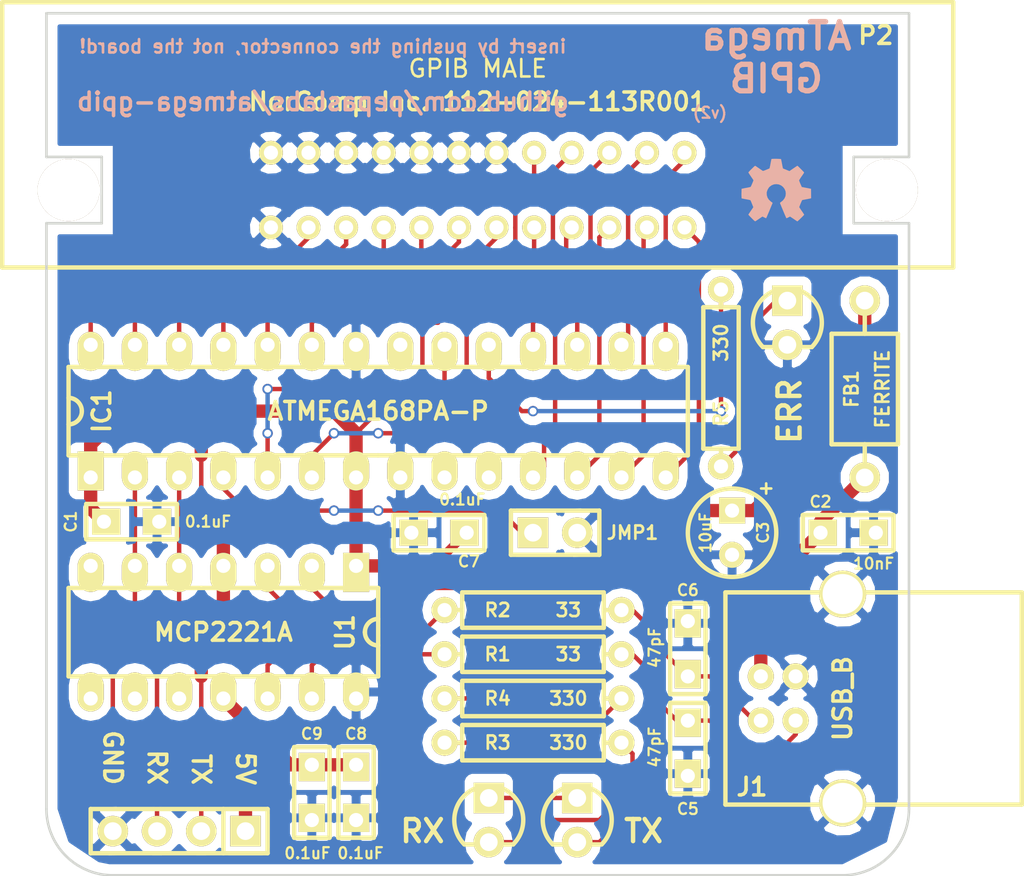
<source format=kicad_pcb>
(kicad_pcb (version 3) (host pcbnew "(22-Jun-2014 BZR 4027)-stable")

  (general
    (links 72)
    (no_connects 0)
    (area 37.772999 359.717999 96.974001 410.8672)
    (thickness 1.6)
    (drawings 22)
    (tracks 244)
    (zones 0)
    (modules 24)
    (nets 34)
  )

  (page A4)
  (layers
    (15 F.Cu signal)
    (0 B.Cu signal)
    (16 B.Adhes user)
    (17 F.Adhes user)
    (18 B.Paste user)
    (19 F.Paste user)
    (20 B.SilkS user)
    (21 F.SilkS user)
    (22 B.Mask user)
    (23 F.Mask user)
    (24 Dwgs.User user)
    (25 Cmts.User user)
    (26 Eco1.User user)
    (27 Eco2.User user)
    (28 Edge.Cuts user)
  )

  (setup
    (last_trace_width 0.762)
    (user_trace_width 0.254)
    (user_trace_width 0.508)
    (user_trace_width 0.762)
    (user_trace_width 1.016)
    (trace_clearance 0.2)
    (zone_clearance 0.508)
    (zone_45_only no)
    (trace_min 0.2)
    (segment_width 0.2)
    (edge_width 0.15)
    (via_size 0.6)
    (via_drill 0.4)
    (via_min_size 0.4)
    (via_min_drill 0.3)
    (uvia_size 0.3)
    (uvia_drill 0.1)
    (uvias_allowed no)
    (uvia_min_size 0)
    (uvia_min_drill 0)
    (pcb_text_width 0.3)
    (pcb_text_size 1.5 1.5)
    (mod_edge_width 0.15)
    (mod_text_size 1 1)
    (mod_text_width 0.15)
    (pad_size 1.524 1.524)
    (pad_drill 0.762)
    (pad_to_mask_clearance 0.2)
    (aux_axis_origin 0 0)
    (visible_elements FFFFFF7F)
    (pcbplotparams
      (layerselection 3178497)
      (usegerberextensions false)
      (excludeedgelayer true)
      (linewidth 0.100000)
      (plotframeref false)
      (viasonmask false)
      (mode 1)
      (useauxorigin false)
      (hpglpennumber 1)
      (hpglpenspeed 20)
      (hpglpendiameter 15)
      (hpglpenoverlay 2)
      (psnegative false)
      (psa4output false)
      (plotreference true)
      (plotvalue true)
      (plotothertext true)
      (plotinvisibletext false)
      (padsonsilk false)
      (subtractmaskfromsilk false)
      (outputformat 1)
      (mirror false)
      (drillshape 0)
      (scaleselection 1)
      (outputdirectory gerbers))
  )

  (net 0 "")
  (net 1 5V)
  (net 2 ERR_LED)
  (net 3 GND)
  (net 4 JMP1)
  (net 5 N-000001)
  (net 6 N-0000010)
  (net 7 N-0000015)
  (net 8 N-0000019)
  (net 9 N-0000020)
  (net 10 N-0000021)
  (net 11 N-0000022)
  (net 12 N-0000023)
  (net 13 N-0000024)
  (net 14 N-0000025)
  (net 15 N-000003)
  (net 16 N-0000030)
  (net 17 N-0000031)
  (net 18 N-0000032)
  (net 19 N-0000033)
  (net 20 N-0000036)
  (net 21 N-0000037)
  (net 22 N-0000038)
  (net 23 N-0000039)
  (net 24 N-000004)
  (net 25 N-0000040)
  (net 26 N-0000041)
  (net 27 N-000005)
  (net 28 N-000006)
  (net 29 N-000007)
  (net 30 N-000008)
  (net 31 N-000009)
  (net 32 RX)
  (net 33 TX)

  (net_class Default "This is the default net class."
    (clearance 0.2)
    (trace_width 0.25)
    (via_dia 0.6)
    (via_drill 0.4)
    (uvia_dia 0.3)
    (uvia_drill 0.1)
    (add_net "")
    (add_net 5V)
    (add_net ERR_LED)
    (add_net GND)
    (add_net JMP1)
    (add_net N-000001)
    (add_net N-0000010)
    (add_net N-0000015)
    (add_net N-0000019)
    (add_net N-0000020)
    (add_net N-0000021)
    (add_net N-0000022)
    (add_net N-0000023)
    (add_net N-0000024)
    (add_net N-0000025)
    (add_net N-000003)
    (add_net N-0000030)
    (add_net N-0000031)
    (add_net N-0000032)
    (add_net N-0000033)
    (add_net N-0000036)
    (add_net N-0000037)
    (add_net N-0000038)
    (add_net N-0000039)
    (add_net N-000004)
    (add_net N-0000040)
    (add_net N-0000041)
    (add_net N-000005)
    (add_net N-000006)
    (add_net N-000007)
    (add_net N-000008)
    (add_net N-000009)
    (add_net RX)
    (add_net TX)
  )

  (module PL_DIP:DIP28_PL (layer F.Cu) (tedit 5910251B) (tstamp 59100493)
    (at 43.18 387.35)
    (descr "28-lead DIP package")
    (tags DIP)
    (path /59104E49)
    (fp_text reference IC1 (at 0.635 -3.81 90) (layer F.SilkS)
      (effects (font (size 1.016 1.016) (thickness 0.2032)))
    )
    (fp_text value ATMEGA168PA-P (at 16.51 -3.81) (layer F.SilkS)
      (effects (font (size 1.016 1.016) (thickness 0.2032)))
    )
    (fp_line (start 34.29 -1.27) (end 16.51 -1.27) (layer F.SilkS) (width 0.254))
    (fp_line (start 16.51 -6.35) (end 34.29 -6.35) (layer F.SilkS) (width 0.254))
    (fp_line (start 8.89 -1.27) (end 16.51 -1.27) (layer F.SilkS) (width 0.254))
    (fp_line (start 8.89 -6.35) (end 16.51 -6.35) (layer F.SilkS) (width 0.254))
    (fp_arc (start -1.27 -3.81) (end -1.27 -4.572) (angle 90) (layer F.SilkS) (width 0.254))
    (fp_arc (start -1.27 -3.81) (end -0.508 -3.81) (angle 90) (layer F.SilkS) (width 0.254))
    (fp_line (start -1.27 -6.35) (end 8.89 -6.35) (layer F.SilkS) (width 0.254))
    (fp_line (start 34.29 -6.35) (end 34.29 -1.27) (layer F.SilkS) (width 0.254))
    (fp_line (start 8.89 -1.27) (end -1.27 -1.27) (layer F.SilkS) (width 0.254))
    (fp_line (start -1.27 -1.27) (end -1.27 -6.35) (layer F.SilkS) (width 0.254))
    (pad 1 thru_hole rect (at 0 0) (size 1.4986 2.2479) (drill 0.8128 (offset 0 -0.37465))
      (layers *.Cu *.Mask F.SilkS)
      (net 1 5V)
    )
    (pad 2 thru_hole oval (at 2.54 0) (size 1.4986 2.2479) (drill 0.8128 (offset 0 -0.37465))
      (layers *.Cu *.Mask F.SilkS)
      (net 32 RX)
    )
    (pad 3 thru_hole oval (at 5.08 0) (size 1.4986 2.2479) (drill 0.8128 (offset 0 -0.37465))
      (layers *.Cu *.Mask F.SilkS)
      (net 33 TX)
    )
    (pad 4 thru_hole oval (at 7.62 0) (size 1.4986 2.2479) (drill 0.8128 (offset 0 -0.37465))
      (layers *.Cu *.Mask F.SilkS)
      (net 4 JMP1)
    )
    (pad 25 thru_hole oval (at 7.62 -7.62) (size 1.4986 2.2479) (drill 0.8128 (offset 0 0.37465))
      (layers *.Cu *.Mask F.SilkS)
      (net 15 N-000003)
    )
    (pad 26 thru_hole oval (at 5.08 -7.62) (size 1.4986 2.2479) (drill 0.8128 (offset 0 0.37465))
      (layers *.Cu *.Mask F.SilkS)
      (net 29 N-000007)
    )
    (pad 27 thru_hole oval (at 2.54 -7.62) (size 1.4986 2.2479) (drill 0.8128 (offset 0 0.37465))
      (layers *.Cu *.Mask F.SilkS)
      (net 30 N-000008)
    )
    (pad 28 thru_hole oval (at 0 -7.62) (size 1.4986 2.2479) (drill 0.8128 (offset 0 0.37465))
      (layers *.Cu *.Mask F.SilkS)
      (net 5 N-000001)
    )
    (pad 5 thru_hole oval (at 10.16 0) (size 1.4986 2.2479) (drill 0.8128 (offset 0 -0.37465))
      (layers *.Cu *.Mask F.SilkS)
      (net 16 N-0000030)
    )
    (pad 6 thru_hole oval (at 12.7 0) (size 1.4986 2.2479) (drill 0.8128 (offset 0 -0.37465))
      (layers *.Cu *.Mask F.SilkS)
      (net 24 N-000004)
    )
    (pad 7 thru_hole oval (at 15.24 0) (size 1.4986 2.2479) (drill 0.8128 (offset 0 -0.37465))
      (layers *.Cu *.Mask F.SilkS)
      (net 1 5V)
    )
    (pad 24 thru_hole oval (at 10.16 -7.62) (size 1.4986 2.2479) (drill 0.8128 (offset 0 0.37465))
      (layers *.Cu *.Mask F.SilkS)
      (net 28 N-000006)
    )
    (pad 23 thru_hole oval (at 12.7 -7.62) (size 1.4986 2.2479) (drill 0.8128 (offset 0 0.37465))
      (layers *.Cu *.Mask F.SilkS)
      (net 27 N-000005)
    )
    (pad 22 thru_hole oval (at 15.24 -7.62) (size 1.4986 2.2479) (drill 0.8128 (offset 0 0.37465))
      (layers *.Cu *.Mask F.SilkS)
      (net 3 GND)
    )
    (pad 8 thru_hole oval (at 17.78 0) (size 1.4986 2.2479) (drill 0.8128 (offset 0 -0.37465))
      (layers *.Cu *.Mask F.SilkS)
      (net 3 GND)
    )
    (pad 9 thru_hole oval (at 20.32 0) (size 1.4986 2.2479) (drill 0.8128 (offset 0 -0.37465))
      (layers *.Cu *.Mask F.SilkS)
    )
    (pad 10 thru_hole oval (at 22.86 0) (size 1.4986 2.2479) (drill 0.8128 (offset 0 -0.37465))
      (layers *.Cu *.Mask F.SilkS)
    )
    (pad 11 thru_hole oval (at 25.4 0) (size 1.4986 2.2479) (drill 0.8128 (offset 0 -0.37465))
      (layers *.Cu *.Mask F.SilkS)
      (net 11 N-0000022)
    )
    (pad 12 thru_hole oval (at 27.94 0) (size 1.4986 2.2479) (drill 0.8128 (offset 0 -0.37465))
      (layers *.Cu *.Mask F.SilkS)
      (net 19 N-0000033)
    )
    (pad 13 thru_hole oval (at 30.48 0) (size 1.4986 2.2479) (drill 0.8128 (offset 0 -0.37465))
      (layers *.Cu *.Mask F.SilkS)
      (net 18 N-0000032)
    )
    (pad 14 thru_hole oval (at 33.02 0) (size 1.4986 2.2479) (drill 0.8128 (offset 0 -0.37465))
      (layers *.Cu *.Mask F.SilkS)
      (net 22 N-0000038)
    )
    (pad 21 thru_hole oval (at 17.78 -7.62) (size 1.4986 2.2479) (drill 0.8128 (offset 0 0.37465))
      (layers *.Cu *.Mask F.SilkS)
    )
    (pad 20 thru_hole oval (at 20.32 -7.62) (size 1.4986 2.2479) (drill 0.8128 (offset 0 0.37465))
      (layers *.Cu *.Mask F.SilkS)
      (net 1 5V)
    )
    (pad 19 thru_hole oval (at 22.86 -7.62) (size 1.4986 2.2479) (drill 0.8128 (offset 0 0.37465))
      (layers *.Cu *.Mask F.SilkS)
      (net 2 ERR_LED)
    )
    (pad 18 thru_hole oval (at 25.4 -7.62) (size 1.4986 2.2479) (drill 0.8128 (offset 0 0.37465))
      (layers *.Cu *.Mask F.SilkS)
      (net 10 N-0000021)
    )
    (pad 17 thru_hole oval (at 27.94 -7.62) (size 1.4986 2.2479) (drill 0.8128 (offset 0 0.37465))
      (layers *.Cu *.Mask F.SilkS)
      (net 14 N-0000025)
    )
    (pad 16 thru_hole oval (at 30.48 -7.62) (size 1.4986 2.2479) (drill 0.8128 (offset 0 0.37465))
      (layers *.Cu *.Mask F.SilkS)
      (net 13 N-0000024)
    )
    (pad 15 thru_hole oval (at 33.02 -7.62) (size 1.4986 2.2479) (drill 0.8128 (offset 0 0.37465))
      (layers *.Cu *.Mask F.SilkS)
      (net 12 N-0000023)
    )
    (model dil/dil_8.wrl
      (at (xyz 0 0 0))
      (scale (xyz 1 1 1))
      (rotate (xyz 0 0 0))
    )
  )

  (module 112-024-113R001 (layer F.Cu) (tedit 59AB7466) (tstamp 59AB641F)
    (at 65.405 370.84 180)
    (path /59104927)
    (fp_text reference P2 (at -22.86 8.89 180) (layer F.SilkS)
      (effects (font (size 1.016 1.016) (thickness 0.2032)))
    )
    (fp_text value GPIB (at 22.225 8.89 180) (layer F.SilkS) hide
      (effects (font (size 1.016 1.016) (thickness 0.2032)))
    )
    (fp_text user "GPIB MALE" (at 0 6.985 180) (layer F.SilkS)
      (effects (font (size 1 1) (thickness 0.15)))
    )
    (fp_text user "NorComp Inc. 112-024-113R001" (at 0 5.08 180) (layer F.SilkS)
      (effects (font (size 1.016 1.016) (thickness 0.2032)))
    )
    (fp_line (start -27.305 10.795) (end -27.305 -4.445) (layer F.SilkS) (width 0.254))
    (fp_line (start -27.305 -4.445) (end 27.305 -4.445) (layer F.SilkS) (width 0.254))
    (fp_line (start 27.305 -4.445) (end 27.305 10.795) (layer F.SilkS) (width 0.254))
    (fp_line (start -27.305 10.795) (end 27.305 10.795) (layer F.SilkS) (width 0.254))
    (pad 6 thru_hole circle (at -1.0795 -2.1463 180) (size 1.3716 1.3716) (drill 0.8128)
      (layers *.Cu *.Mask F.SilkS)
      (net 27 N-000005)
    )
    (pad 5 thru_hole circle (at -3.2385 -2.1463 180) (size 1.3716 1.3716) (drill 0.8128)
      (layers *.Cu *.Mask F.SilkS)
      (net 24 N-000004)
    )
    (pad 8 thru_hole circle (at 3.2385 -2.1463 180) (size 1.3716 1.3716) (drill 0.8128)
      (layers *.Cu *.Mask F.SilkS)
      (net 15 N-000003)
    )
    (pad 7 thru_hole circle (at 1.0795 -2.1463 180) (size 1.3716 1.3716) (drill 0.8128)
      (layers *.Cu *.Mask F.SilkS)
      (net 28 N-000006)
    )
    (pad 18 thru_hole circle (at -1.0795 2.1463 180) (size 1.3716 1.3716) (drill 0.8128)
      (layers *.Cu *.Mask F.SilkS)
      (net 3 GND)
    )
    (pad 19 thru_hole circle (at 1.0795 2.1463 180) (size 1.3716 1.3716) (drill 0.8128)
      (layers *.Cu *.Mask F.SilkS)
      (net 3 GND)
    )
    (pad 20 thru_hole circle (at 3.2385 2.1463 180) (size 1.3716 1.3716) (drill 0.8128)
      (layers *.Cu *.Mask F.SilkS)
      (net 3 GND)
    )
    (pad 17 thru_hole circle (at -3.2385 2.1463 180) (size 1.3716 1.3716) (drill 0.8128)
      (layers *.Cu *.Mask F.SilkS)
      (net 16 N-0000030)
    )
    (pad 9 thru_hole circle (at 5.3975 -2.1463 180) (size 1.3716 1.3716) (drill 0.8128)
      (layers *.Cu *.Mask F.SilkS)
      (net 29 N-000007)
    )
    (pad 10 thru_hole circle (at 7.5565 -2.1463 180) (size 1.3716 1.3716) (drill 0.8128)
      (layers *.Cu *.Mask F.SilkS)
      (net 30 N-000008)
    )
    (pad 11 thru_hole circle (at 9.7155 -2.1463 180) (size 1.3716 1.3716) (drill 0.8128)
      (layers *.Cu *.Mask F.SilkS)
      (net 5 N-000001)
    )
    (pad 12 thru_hole circle (at 11.8745 -2.1463 180) (size 1.3716 1.3716) (drill 0.8128)
      (layers *.Cu *.Mask F.SilkS)
      (net 3 GND)
    )
    (pad 21 thru_hole circle (at 5.3975 2.1463 180) (size 1.3716 1.3716) (drill 0.8128)
      (layers *.Cu *.Mask F.SilkS)
      (net 3 GND)
    )
    (pad 22 thru_hole circle (at 7.5565 2.1463 180) (size 1.3716 1.3716) (drill 0.8128)
      (layers *.Cu *.Mask F.SilkS)
      (net 3 GND)
    )
    (pad 23 thru_hole circle (at 9.7155 2.1463 180) (size 1.3716 1.3716) (drill 0.8128)
      (layers *.Cu *.Mask F.SilkS)
      (net 3 GND)
    )
    (pad 24 thru_hole circle (at 11.8745 2.1463 180) (size 1.3716 1.3716) (drill 0.8128)
      (layers *.Cu *.Mask F.SilkS)
      (net 3 GND)
    )
    (pad 4 thru_hole circle (at -5.3975 -2.1463 180) (size 1.3716 1.3716) (drill 0.8128)
      (layers *.Cu *.Mask F.SilkS)
      (net 11 N-0000022)
    )
    (pad 3 thru_hole circle (at -7.5565 -2.1463 180) (size 1.3716 1.3716) (drill 0.8128)
      (layers *.Cu *.Mask F.SilkS)
      (net 19 N-0000033)
    )
    (pad 2 thru_hole circle (at -9.7155 -2.1463 180) (size 1.3716 1.3716) (drill 0.8128)
      (layers *.Cu *.Mask F.SilkS)
      (net 18 N-0000032)
    )
    (pad 1 thru_hole circle (at -11.8745 -2.1463 180) (size 1.3716 1.3716) (drill 0.8128)
      (layers *.Cu *.Mask F.SilkS)
      (net 22 N-0000038)
    )
    (pad 16 thru_hole circle (at -5.3975 2.1463 180) (size 1.3716 1.3716) (drill 0.8128)
      (layers *.Cu *.Mask F.SilkS)
      (net 10 N-0000021)
    )
    (pad 15 thru_hole circle (at -7.5565 2.1463 180) (size 1.3716 1.3716) (drill 0.8128)
      (layers *.Cu *.Mask F.SilkS)
      (net 14 N-0000025)
    )
    (pad 14 thru_hole circle (at -9.7155 2.1463 180) (size 1.3716 1.3716) (drill 0.8128)
      (layers *.Cu *.Mask F.SilkS)
      (net 13 N-0000024)
    )
    (pad 13 thru_hole circle (at -11.8745 2.1463 180) (size 1.3716 1.3716) (drill 0.8128)
      (layers *.Cu *.Mask F.SilkS)
      (net 12 N-0000023)
    )
    (pad 25 thru_hole circle (at -23.495 0 180) (size 3.556 3.556) (drill 3.556)
      (layers *.Cu *.Mask F.SilkS)
    )
    (pad 26 thru_hole circle (at 23.495 0 180) (size 3.556 3.556) (drill 3.556)
      (layers *.Cu *.Mask F.SilkS)
    )
  )

  (module USB_B (layer F.Cu) (tedit 59AB72F7) (tstamp 59AB64AD)
    (at 86.36 400.05 90)
    (tags USB)
    (path /59AB514A)
    (fp_text reference J1 (at -5.08 -5.207 180) (layer F.SilkS)
      (effects (font (size 1.016 1.016) (thickness 0.2032)))
    )
    (fp_text value USB_B (at 0 0 90) (layer F.SilkS)
      (effects (font (size 1.016 1.016) (thickness 0.2032)))
    )
    (fp_line (start -6.096 10.287) (end 6.096 10.287) (layer F.SilkS) (width 0.254))
    (fp_line (start 6.096 10.287) (end 6.096 -6.731) (layer F.SilkS) (width 0.254))
    (fp_line (start 6.096 -6.731) (end -6.096 -6.731) (layer F.SilkS) (width 0.254))
    (fp_line (start -6.096 -6.731) (end -6.096 10.287) (layer F.SilkS) (width 0.254))
    (pad 1 thru_hole circle (at 1.27 -4.699 90) (size 1.4986 1.4986) (drill 0.8128)
      (layers *.Cu *.Mask F.SilkS)
      (net 26 N-0000041)
    )
    (pad 2 thru_hole circle (at -1.27 -4.699 90) (size 1.4986 1.4986) (drill 0.8128)
      (layers *.Cu *.Mask F.SilkS)
      (net 25 N-0000040)
    )
    (pad 3 thru_hole circle (at -1.27 -2.70002 90) (size 1.4986 1.4986) (drill 0.8128)
      (layers *.Cu *.Mask F.SilkS)
      (net 20 N-0000036)
    )
    (pad 4 thru_hole circle (at 1.27 -2.70002 90) (size 1.4986 1.4986) (drill 0.8128)
      (layers *.Cu *.Mask F.SilkS)
      (net 3 GND)
    )
    (pad 5 thru_hole circle (at 5.99948 0 90) (size 2.70002 2.70002) (drill 2.30124)
      (layers *.Cu *.Mask F.SilkS)
      (net 3 GND)
    )
    (pad 6 thru_hole circle (at -5.99948 0 90) (size 2.70002 2.70002) (drill 2.30124)
      (layers *.Cu *.Mask F.SilkS)
      (net 3 GND)
    )
    (model connectors/USB_type_B.wrl
      (at (xyz 0 0 0.001))
      (scale (xyz 0.3937 0.3937 0.3937))
      (rotate (xyz 0 0 0))
    )
  )

  (module SIL-4 (layer F.Cu) (tedit 59210092) (tstamp 59AB64BA)
    (at 49.53 407.67 180)
    (descr "Connecteurs 1 pin")
    (tags "CONN DEV")
    (path /59AB69BA)
    (fp_text reference P1 (at 1.27 2.54 180) (layer F.SilkS) hide
      (effects (font (size 0.762 0.762) (thickness 0.1524)))
    )
    (fp_text value CONN_4X1 (at 1.27 -2.54 180) (layer F.SilkS) hide
      (effects (font (size 0.762 0.762) (thickness 0.1524)))
    )
    (fp_line (start -1.27 -1.27) (end -1.27 1.27) (layer F.SilkS) (width 0.254))
    (fp_line (start -3.81 -1.27) (end 6.35 -1.27) (layer F.SilkS) (width 0.254))
    (fp_line (start 6.35 -1.27) (end 6.35 1.27) (layer F.SilkS) (width 0.254))
    (fp_line (start 6.35 1.27) (end -3.81 1.27) (layer F.SilkS) (width 0.254))
    (fp_line (start -3.81 1.27) (end -3.81 -1.27) (layer F.SilkS) (width 0.254))
    (pad 1 thru_hole rect (at -2.54 0 180) (size 1.7526 1.7526) (drill 1.016)
      (layers *.Cu *.Mask F.SilkS)
      (net 1 5V)
    )
    (pad 2 thru_hole circle (at 0 0 180) (size 1.7526 1.7526) (drill 1.016)
      (layers *.Cu *.Mask F.SilkS)
      (net 33 TX)
    )
    (pad 3 thru_hole circle (at 2.54 0 180) (size 1.7526 1.7526) (drill 1.016)
      (layers *.Cu *.Mask F.SilkS)
      (net 32 RX)
    )
    (pad 4 thru_hole circle (at 5.08 0 180) (size 1.7526 1.7526) (drill 1.016)
      (layers *.Cu *.Mask F.SilkS)
      (net 3 GND)
    )
  )

  (module SIL-2 (layer F.Cu) (tedit 59AB7394) (tstamp 59AB64C4)
    (at 68.58 390.525)
    (descr "Connecteurs 1 pin")
    (tags "CONN DEV")
    (path /59AB67A8)
    (fp_text reference JMP1 (at 5.715 0) (layer F.SilkS)
      (effects (font (size 0.762 0.762) (thickness 0.1524)))
    )
    (fp_text value CONN_2X1 (at 1.27 -2.54) (layer F.SilkS) hide
      (effects (font (size 0.762 0.762) (thickness 0.1524)))
    )
    (fp_line (start -1.27 -1.27) (end 3.81 -1.27) (layer F.SilkS) (width 0.254))
    (fp_line (start 3.81 -1.27) (end 3.81 1.27) (layer F.SilkS) (width 0.254))
    (fp_line (start 3.81 1.27) (end -1.27 1.27) (layer F.SilkS) (width 0.254))
    (fp_line (start -1.27 1.27) (end -1.27 -1.27) (layer F.SilkS) (width 0.254))
    (pad 1 thru_hole rect (at 0 0) (size 1.7526 1.7526) (drill 1.016)
      (layers *.Cu *.Mask F.SilkS)
      (net 4 JMP1)
    )
    (pad 2 thru_hole circle (at 2.54 0) (size 1.7526 1.7526) (drill 1.016)
      (layers *.Cu *.Mask F.SilkS)
      (net 3 GND)
    )
  )

  (module R_AXIAL_0W25_059A_PL (layer F.Cu) (tedit 53A245D9) (tstamp 59AB64D1)
    (at 63.5 397.51)
    (descr "Resistor Axial 1/4W 0.4\"")
    (tags R)
    (path /59107269)
    (autoplace_cost180 10)
    (fp_text reference R1 (at 3.048 0) (layer F.SilkS)
      (effects (font (size 0.762 0.762) (thickness 0.1524)))
    )
    (fp_text value 33 (at 7.112 0) (layer F.SilkS)
      (effects (font (size 0.762 0.762) (thickness 0.1524)))
    )
    (fp_line (start 0 0) (end 1.016 0) (layer F.SilkS) (width 0.254))
    (fp_line (start 1.016 0) (end 1.016 -1.016) (layer F.SilkS) (width 0.254))
    (fp_line (start 1.016 -1.016) (end 9.144 -1.016) (layer F.SilkS) (width 0.254))
    (fp_line (start 9.144 -1.016) (end 9.144 1.016) (layer F.SilkS) (width 0.254))
    (fp_line (start 9.144 1.016) (end 1.016 1.016) (layer F.SilkS) (width 0.254))
    (fp_line (start 1.016 1.016) (end 1.016 0) (layer F.SilkS) (width 0.254))
    (fp_line (start 10.16 0) (end 9.144 0) (layer F.SilkS) (width 0.254))
    (pad 1 thru_hole oval (at 0 0) (size 1.4986 1.4986) (drill 0.8128)
      (layers *.Cu *.Mask F.SilkS)
      (net 8 N-0000019)
    )
    (pad 2 thru_hole oval (at 10.16 0) (size 1.4986 1.4986) (drill 0.8128)
      (layers *.Cu *.Mask F.SilkS)
      (net 20 N-0000036)
    )
    (model discret/resistor.wrl
      (at (xyz 0 0 0))
      (scale (xyz 0.4 0.4 0.4))
      (rotate (xyz 0 0 0))
    )
  )

  (module R_AXIAL_0W25_059A_PL (layer F.Cu) (tedit 53A245D9) (tstamp 59AB64DE)
    (at 63.5 394.97)
    (descr "Resistor Axial 1/4W 0.4\"")
    (tags R)
    (path /5910735A)
    (autoplace_cost180 10)
    (fp_text reference R2 (at 3.048 0) (layer F.SilkS)
      (effects (font (size 0.762 0.762) (thickness 0.1524)))
    )
    (fp_text value 33 (at 7.112 0) (layer F.SilkS)
      (effects (font (size 0.762 0.762) (thickness 0.1524)))
    )
    (fp_line (start 0 0) (end 1.016 0) (layer F.SilkS) (width 0.254))
    (fp_line (start 1.016 0) (end 1.016 -1.016) (layer F.SilkS) (width 0.254))
    (fp_line (start 1.016 -1.016) (end 9.144 -1.016) (layer F.SilkS) (width 0.254))
    (fp_line (start 9.144 -1.016) (end 9.144 1.016) (layer F.SilkS) (width 0.254))
    (fp_line (start 9.144 1.016) (end 1.016 1.016) (layer F.SilkS) (width 0.254))
    (fp_line (start 1.016 1.016) (end 1.016 0) (layer F.SilkS) (width 0.254))
    (fp_line (start 10.16 0) (end 9.144 0) (layer F.SilkS) (width 0.254))
    (pad 1 thru_hole oval (at 0 0) (size 1.4986 1.4986) (drill 0.8128)
      (layers *.Cu *.Mask F.SilkS)
      (net 23 N-0000039)
    )
    (pad 2 thru_hole oval (at 10.16 0) (size 1.4986 1.4986) (drill 0.8128)
      (layers *.Cu *.Mask F.SilkS)
      (net 25 N-0000040)
    )
    (model discret/resistor.wrl
      (at (xyz 0 0 0))
      (scale (xyz 0.4 0.4 0.4))
      (rotate (xyz 0 0 0))
    )
  )

  (module R_AXIAL_0W25_059A_PL (layer F.Cu) (tedit 53A245D9) (tstamp 59AB64EB)
    (at 79.375 386.715 90)
    (descr "Resistor Axial 1/4W 0.4\"")
    (tags R)
    (path /59AB666B)
    (autoplace_cost180 10)
    (fp_text reference R5 (at 3.048 0 90) (layer F.SilkS)
      (effects (font (size 0.762 0.762) (thickness 0.1524)))
    )
    (fp_text value 330 (at 7.112 0 90) (layer F.SilkS)
      (effects (font (size 0.762 0.762) (thickness 0.1524)))
    )
    (fp_line (start 0 0) (end 1.016 0) (layer F.SilkS) (width 0.254))
    (fp_line (start 1.016 0) (end 1.016 -1.016) (layer F.SilkS) (width 0.254))
    (fp_line (start 1.016 -1.016) (end 9.144 -1.016) (layer F.SilkS) (width 0.254))
    (fp_line (start 9.144 -1.016) (end 9.144 1.016) (layer F.SilkS) (width 0.254))
    (fp_line (start 9.144 1.016) (end 1.016 1.016) (layer F.SilkS) (width 0.254))
    (fp_line (start 1.016 1.016) (end 1.016 0) (layer F.SilkS) (width 0.254))
    (fp_line (start 10.16 0) (end 9.144 0) (layer F.SilkS) (width 0.254))
    (pad 1 thru_hole oval (at 0 0 90) (size 1.4986 1.4986) (drill 0.8128)
      (layers *.Cu *.Mask F.SilkS)
      (net 17 N-0000031)
    )
    (pad 2 thru_hole oval (at 10.16 0 90) (size 1.4986 1.4986) (drill 0.8128)
      (layers *.Cu *.Mask F.SilkS)
      (net 2 ERR_LED)
    )
    (model discret/resistor.wrl
      (at (xyz 0 0 0))
      (scale (xyz 0.4 0.4 0.4))
      (rotate (xyz 0 0 0))
    )
  )

  (module R_AXIAL_0W25_059A_PL (layer F.Cu) (tedit 53A245D9) (tstamp 59AB64F8)
    (at 63.5 402.59)
    (descr "Resistor Axial 1/4W 0.4\"")
    (tags R)
    (path /5910BE14)
    (autoplace_cost180 10)
    (fp_text reference R3 (at 3.048 0) (layer F.SilkS)
      (effects (font (size 0.762 0.762) (thickness 0.1524)))
    )
    (fp_text value 330 (at 7.112 0) (layer F.SilkS)
      (effects (font (size 0.762 0.762) (thickness 0.1524)))
    )
    (fp_line (start 0 0) (end 1.016 0) (layer F.SilkS) (width 0.254))
    (fp_line (start 1.016 0) (end 1.016 -1.016) (layer F.SilkS) (width 0.254))
    (fp_line (start 1.016 -1.016) (end 9.144 -1.016) (layer F.SilkS) (width 0.254))
    (fp_line (start 9.144 -1.016) (end 9.144 1.016) (layer F.SilkS) (width 0.254))
    (fp_line (start 9.144 1.016) (end 1.016 1.016) (layer F.SilkS) (width 0.254))
    (fp_line (start 1.016 1.016) (end 1.016 0) (layer F.SilkS) (width 0.254))
    (fp_line (start 10.16 0) (end 9.144 0) (layer F.SilkS) (width 0.254))
    (pad 1 thru_hole oval (at 0 0) (size 1.4986 1.4986) (drill 0.8128)
      (layers *.Cu *.Mask F.SilkS)
      (net 9 N-0000020)
    )
    (pad 2 thru_hole oval (at 10.16 0) (size 1.4986 1.4986) (drill 0.8128)
      (layers *.Cu *.Mask F.SilkS)
      (net 21 N-0000037)
    )
    (model discret/resistor.wrl
      (at (xyz 0 0 0))
      (scale (xyz 0.4 0.4 0.4))
      (rotate (xyz 0 0 0))
    )
  )

  (module R_AXIAL_0W25_059A_PL (layer F.Cu) (tedit 53A245D9) (tstamp 59AB6505)
    (at 63.5 400.05)
    (descr "Resistor Axial 1/4W 0.4\"")
    (tags R)
    (path /5910C1E4)
    (autoplace_cost180 10)
    (fp_text reference R4 (at 3.048 0) (layer F.SilkS)
      (effects (font (size 0.762 0.762) (thickness 0.1524)))
    )
    (fp_text value 330 (at 7.112 0) (layer F.SilkS)
      (effects (font (size 0.762 0.762) (thickness 0.1524)))
    )
    (fp_line (start 0 0) (end 1.016 0) (layer F.SilkS) (width 0.254))
    (fp_line (start 1.016 0) (end 1.016 -1.016) (layer F.SilkS) (width 0.254))
    (fp_line (start 1.016 -1.016) (end 9.144 -1.016) (layer F.SilkS) (width 0.254))
    (fp_line (start 9.144 -1.016) (end 9.144 1.016) (layer F.SilkS) (width 0.254))
    (fp_line (start 9.144 1.016) (end 1.016 1.016) (layer F.SilkS) (width 0.254))
    (fp_line (start 1.016 1.016) (end 1.016 0) (layer F.SilkS) (width 0.254))
    (fp_line (start 10.16 0) (end 9.144 0) (layer F.SilkS) (width 0.254))
    (pad 1 thru_hole oval (at 0 0) (size 1.4986 1.4986) (drill 0.8128)
      (layers *.Cu *.Mask F.SilkS)
      (net 31 N-000009)
    )
    (pad 2 thru_hole oval (at 10.16 0) (size 1.4986 1.4986) (drill 0.8128)
      (layers *.Cu *.Mask F.SilkS)
      (net 6 N-0000010)
    )
    (model discret/resistor.wrl
      (at (xyz 0 0 0))
      (scale (xyz 0.4 0.4 0.4))
      (rotate (xyz 0 0 0))
    )
  )

  (module LED_3MM_069A (layer F.Cu) (tedit 59AB7449) (tstamp 59AB650F)
    (at 83.185 377.19 270)
    (descr "3MM LED")
    (tags "LED DEV")
    (path /59AB6665)
    (fp_text reference D3 (at -0.889 -2.032 360) (layer F.SilkS) hide
      (effects (font (size 0.762 0.762) (thickness 0.1524)))
    )
    (fp_text value ERR (at 6.35 -0.127 270) (layer F.SilkS)
      (effects (font (size 1.27 1.27) (thickness 0.254)))
    )
    (fp_line (start 2.67 -1.4) (end 2.67 1.4) (layer F.SilkS) (width 0.254))
    (fp_arc (start 1.27 0) (end 2.67 1.4) (angle 90) (layer F.SilkS) (width 0.254))
    (fp_arc (start 1.27 0) (end -0.13 1.4) (angle 90) (layer F.SilkS) (width 0.254))
    (fp_arc (start 1.27 0) (end -0.13 -1.4) (angle 90) (layer F.SilkS) (width 0.254))
    (pad 1 thru_hole rect (at 0 0 270) (size 1.7526 1.7526) (drill 1.016)
      (layers *.Cu *.Mask F.SilkS)
      (net 17 N-0000031)
    )
    (pad 2 thru_hole oval (at 2.54 0 270) (size 1.7526 1.7526) (drill 1.016)
      (layers *.Cu *.Mask F.SilkS)
      (net 3 GND)
    )
    (model discret/led5_vertical.wrl
      (at (xyz 0 0 0))
      (scale (xyz 1 1 1))
      (rotate (xyz 0 0 0))
    )
  )

  (module LED_3MM_069A (layer F.Cu) (tedit 59AB7437) (tstamp 59AB6519)
    (at 71.12 405.765 270)
    (descr "3MM LED")
    (tags "LED DEV")
    (path /5910BB6D)
    (fp_text reference D1 (at 3.81 1.397 360) (layer F.SilkS) hide
      (effects (font (size 0.762 0.762) (thickness 0.1524)))
    )
    (fp_text value TX (at 1.905 -3.81 360) (layer F.SilkS)
      (effects (font (size 1.27 1.27) (thickness 0.254)))
    )
    (fp_line (start 2.67 -1.4) (end 2.67 1.4) (layer F.SilkS) (width 0.254))
    (fp_arc (start 1.27 0) (end 2.67 1.4) (angle 90) (layer F.SilkS) (width 0.254))
    (fp_arc (start 1.27 0) (end -0.13 1.4) (angle 90) (layer F.SilkS) (width 0.254))
    (fp_arc (start 1.27 0) (end -0.13 -1.4) (angle 90) (layer F.SilkS) (width 0.254))
    (pad 1 thru_hole rect (at 0 0 270) (size 1.7526 1.7526) (drill 1.016)
      (layers *.Cu *.Mask F.SilkS)
      (net 1 5V)
    )
    (pad 2 thru_hole oval (at 2.54 0 270) (size 1.7526 1.7526) (drill 1.016)
      (layers *.Cu *.Mask F.SilkS)
      (net 21 N-0000037)
    )
    (model discret/led5_vertical.wrl
      (at (xyz 0 0 0))
      (scale (xyz 1 1 1))
      (rotate (xyz 0 0 0))
    )
  )

  (module LED_3MM_069A (layer F.Cu) (tedit 59AB7433) (tstamp 59AB6523)
    (at 66.04 405.765 270)
    (descr "3MM LED")
    (tags "LED DEV")
    (path /5910C1DE)
    (fp_text reference D2 (at 3.81 -1.651 360) (layer F.SilkS) hide
      (effects (font (size 0.762 0.762) (thickness 0.1524)))
    )
    (fp_text value RX (at 1.905 3.81 360) (layer F.SilkS)
      (effects (font (size 1.27 1.27) (thickness 0.254)))
    )
    (fp_line (start 2.67 -1.4) (end 2.67 1.4) (layer F.SilkS) (width 0.254))
    (fp_arc (start 1.27 0) (end 2.67 1.4) (angle 90) (layer F.SilkS) (width 0.254))
    (fp_arc (start 1.27 0) (end -0.13 1.4) (angle 90) (layer F.SilkS) (width 0.254))
    (fp_arc (start 1.27 0) (end -0.13 -1.4) (angle 90) (layer F.SilkS) (width 0.254))
    (pad 1 thru_hole rect (at 0 0 270) (size 1.7526 1.7526) (drill 1.016)
      (layers *.Cu *.Mask F.SilkS)
      (net 1 5V)
    )
    (pad 2 thru_hole oval (at 2.54 0 270) (size 1.7526 1.7526) (drill 1.016)
      (layers *.Cu *.Mask F.SilkS)
      (net 6 N-0000010)
    )
    (model discret/led5_vertical.wrl
      (at (xyz 0 0 0))
      (scale (xyz 1 1 1))
      (rotate (xyz 0 0 0))
    )
  )

  (module FERRITE_AXIAL_04_069A (layer F.Cu) (tedit 59AB7326) (tstamp 59AB6530)
    (at 87.63 382.27 90)
    (path /59105F71)
    (fp_text reference FB1 (at 0 -0.762 90) (layer F.SilkS)
      (effects (font (size 0.762 0.762) (thickness 0.1524)))
    )
    (fp_text value FERRITE (at 0 1.016 90) (layer F.SilkS)
      (effects (font (size 0.762 0.762) (thickness 0.1524)))
    )
    (fp_line (start -3.175 1.905) (end 3.175 1.905) (layer F.SilkS) (width 0.254))
    (fp_line (start -3.175 -1.905) (end 3.175 -1.905) (layer F.SilkS) (width 0.254))
    (fp_line (start -3.175 0) (end -3.175 -1.905) (layer F.SilkS) (width 0.254))
    (fp_line (start 3.175 -1.905) (end 3.175 1.905) (layer F.SilkS) (width 0.254))
    (fp_line (start -3.175 1.905) (end -3.175 0) (layer F.SilkS) (width 0.254))
    (fp_line (start 5.08 0) (end 3.175 0) (layer F.SilkS) (width 0.254))
    (fp_line (start -5.08 0) (end -3.175 0) (layer F.SilkS) (width 0.254))
    (pad 1 thru_hole circle (at -5.08 0 90) (size 1.7526 1.7526) (drill 1.016)
      (layers *.Cu *.Mask F.SilkS)
      (net 26 N-0000041)
    )
    (pad 2 thru_hole circle (at 5.08 0 90) (size 1.7526 1.7526) (drill 1.016)
      (layers *.Cu *.Mask F.SilkS)
      (net 1 5V)
    )
  )

  (module ELCAP_10_20_V_059A (layer F.Cu) (tedit 59AB730C) (tstamp 59AB6538)
    (at 80.01 389.255 270)
    (descr "Electrolytic Capacitor, vertical, 0.1\" pins, 0.2\" body")
    (tags CP)
    (path /59109D4B)
    (fp_text reference C3 (at 1.27 -1.778 270) (layer F.SilkS)
      (effects (font (size 0.635 0.635) (thickness 0.127)))
    )
    (fp_text value 10uF (at 1.27 1.524 270) (layer F.SilkS)
      (effects (font (size 0.635 0.635) (thickness 0.127)))
    )
    (fp_text user + (at -1.27 -1.905 270) (layer F.SilkS)
      (effects (font (size 0.762 0.762) (thickness 0.1524)))
    )
    (fp_circle (center 1.27 0) (end 3.81 0) (layer F.SilkS) (width 0.254))
    (pad 1 thru_hole rect (at 0 0 270) (size 1.4986 1.4986) (drill 0.8128)
      (layers *.Cu *.Mask F.SilkS)
      (net 1 5V)
    )
    (pad 2 thru_hole oval (at 2.54 0 270) (size 1.4986 1.4986) (drill 0.8128)
      (layers *.Cu *.Mask F.SilkS)
      (net 3 GND)
    )
    (model discret/c_vert_c2v10.wrl
      (at (xyz 0 0 0))
      (scale (xyz 1 1 1))
      (rotate (xyz 0 0 0))
    )
  )

  (module DIP14_PL (layer F.Cu) (tedit 59AB72BA) (tstamp 59AB6552)
    (at 58.42 392.43 180)
    (descr "14-lead DIP package")
    (tags DIP)
    (path /59AB65B3)
    (fp_text reference U1 (at 0.635 -3.81 270) (layer F.SilkS)
      (effects (font (size 1.016 1.016) (thickness 0.2032)))
    )
    (fp_text value MCP2221A (at 7.62 -3.81 180) (layer F.SilkS)
      (effects (font (size 1.016 1.016) (thickness 0.2032)))
    )
    (fp_line (start 8.89 -1.27) (end 16.51 -1.27) (layer F.SilkS) (width 0.254))
    (fp_line (start 8.89 -6.35) (end 16.51 -6.35) (layer F.SilkS) (width 0.254))
    (fp_arc (start -1.27 -3.81) (end -1.27 -4.572) (angle 90) (layer F.SilkS) (width 0.254))
    (fp_arc (start -1.27 -3.81) (end -0.508 -3.81) (angle 90) (layer F.SilkS) (width 0.254))
    (fp_line (start -1.27 -6.35) (end 8.89 -6.35) (layer F.SilkS) (width 0.254))
    (fp_line (start 16.51 -6.35) (end 16.51 -1.27) (layer F.SilkS) (width 0.254))
    (fp_line (start 8.89 -1.27) (end -1.27 -1.27) (layer F.SilkS) (width 0.254))
    (fp_line (start -1.27 -1.27) (end -1.27 -6.35) (layer F.SilkS) (width 0.254))
    (pad 1 thru_hole rect (at 0 0 180) (size 1.4986 2.2479) (drill 0.8128 (offset 0 -0.37465))
      (layers *.Cu *.Mask F.SilkS)
      (net 1 5V)
    )
    (pad 2 thru_hole oval (at 2.54 0 180) (size 1.4986 2.2479) (drill 0.8128 (offset 0 -0.37465))
      (layers *.Cu *.Mask F.SilkS)
      (net 9 N-0000020)
    )
    (pad 3 thru_hole oval (at 5.08 0 180) (size 1.4986 2.2479) (drill 0.8128 (offset 0 -0.37465))
      (layers *.Cu *.Mask F.SilkS)
      (net 31 N-000009)
    )
    (pad 4 thru_hole oval (at 7.62 0 180) (size 1.4986 2.2479) (drill 0.8128 (offset 0 -0.37465))
      (layers *.Cu *.Mask F.SilkS)
      (net 1 5V)
    )
    (pad 11 thru_hole oval (at 7.62 -7.62 180) (size 1.4986 2.2479) (drill 0.8128 (offset 0 0.37465))
      (layers *.Cu *.Mask F.SilkS)
      (net 7 N-0000015)
    )
    (pad 12 thru_hole oval (at 5.08 -7.62 180) (size 1.4986 2.2479) (drill 0.8128 (offset 0 0.37465))
      (layers *.Cu *.Mask F.SilkS)
      (net 23 N-0000039)
    )
    (pad 13 thru_hole oval (at 2.54 -7.62 180) (size 1.4986 2.2479) (drill 0.8128 (offset 0 0.37465))
      (layers *.Cu *.Mask F.SilkS)
      (net 8 N-0000019)
    )
    (pad 14 thru_hole oval (at 0 -7.62 180) (size 1.4986 2.2479) (drill 0.8128 (offset 0 0.37465))
      (layers *.Cu *.Mask F.SilkS)
      (net 3 GND)
    )
    (pad 5 thru_hole oval (at 10.16 0 180) (size 1.4986 2.2479) (drill 0.8128 (offset 0 -0.37465))
      (layers *.Cu *.Mask F.SilkS)
      (net 33 TX)
    )
    (pad 6 thru_hole oval (at 12.7 0 180) (size 1.4986 2.2479) (drill 0.8128 (offset 0 -0.37465))
      (layers *.Cu *.Mask F.SilkS)
      (net 32 RX)
    )
    (pad 7 thru_hole oval (at 15.24 0 180) (size 1.4986 2.2479) (drill 0.8128 (offset 0 -0.37465))
      (layers *.Cu *.Mask F.SilkS)
    )
    (pad 10 thru_hole oval (at 10.16 -7.62 180) (size 1.4986 2.2479) (drill 0.8128 (offset 0 0.37465))
      (layers *.Cu *.Mask F.SilkS)
    )
    (pad 9 thru_hole oval (at 12.7 -7.62 180) (size 1.4986 2.2479) (drill 0.8128 (offset 0 0.37465))
      (layers *.Cu *.Mask F.SilkS)
    )
    (pad 8 thru_hole oval (at 15.24 -7.62 180) (size 1.4986 2.2479) (drill 0.8128 (offset 0 0.37465))
      (layers *.Cu *.Mask F.SilkS)
    )
    (model dil/dil_8.wrl
      (at (xyz 0 0 0))
      (scale (xyz 1 1 1))
      (rotate (xyz 0 0 0))
    )
  )

  (module CERCAP_15_059B_0805 (layer F.Cu) (tedit 59AB7299) (tstamp 59AB6570)
    (at 55.88 403.86 270)
    (descr "Capacitor, 0.2\" pin spacing")
    (tags C)
    (path /59AB44E5)
    (fp_text reference C9 (at -1.778 0 360) (layer F.SilkS)
      (effects (font (size 0.635 0.635) (thickness 0.127)))
    )
    (fp_text value 0.1uF (at 5.08 0.254 360) (layer F.SilkS)
      (effects (font (size 0.635 0.635) (thickness 0.127)))
    )
    (fp_line (start -1.016 1.016) (end 4.191 1.016) (layer F.SilkS) (width 0.254))
    (fp_line (start -1.016 -1.016) (end 4.191 -1.016) (layer F.SilkS) (width 0.254))
    (fp_line (start 4.191 -1.016) (end 4.191 1.016) (layer F.SilkS) (width 0.254))
    (fp_line (start -1.016 1.016) (end -1.016 -1.016) (layer F.SilkS) (width 0.254))
    (pad 1 thru_hole rect (at 0 0 270) (size 1.6256 1.4986) (drill 0.8128 (offset 0.127 0))
      (layers *.Cu *.Mask F.SilkS)
      (net 7 N-0000015)
    )
    (pad 2 thru_hole rect (at 3.175 0 270) (size 1.6256 1.4986) (drill 0.8128 (offset -0.127 0))
      (layers *.Cu *.Mask F.SilkS)
      (net 3 GND)
    )
    (model discret/capa_2pas_5x5mm.wrl
      (at (xyz 0 0 0))
      (scale (xyz 1 1 1))
      (rotate (xyz 0 0 0))
    )
  )

  (module CERCAP_15_059B_0805 (layer F.Cu) (tedit 59AB72E2) (tstamp 59AB657A)
    (at 77.47 398.78 90)
    (descr "Capacitor, 0.2\" pin spacing")
    (tags C)
    (path /591081F9)
    (fp_text reference C6 (at 4.953 0 180) (layer F.SilkS)
      (effects (font (size 0.635 0.635) (thickness 0.127)))
    )
    (fp_text value 47pF (at 1.651 -1.905 90) (layer F.SilkS)
      (effects (font (size 0.635 0.635) (thickness 0.127)))
    )
    (fp_line (start -1.016 1.016) (end 4.191 1.016) (layer F.SilkS) (width 0.254))
    (fp_line (start -1.016 -1.016) (end 4.191 -1.016) (layer F.SilkS) (width 0.254))
    (fp_line (start 4.191 -1.016) (end 4.191 1.016) (layer F.SilkS) (width 0.254))
    (fp_line (start -1.016 1.016) (end -1.016 -1.016) (layer F.SilkS) (width 0.254))
    (pad 1 thru_hole rect (at 0 0 90) (size 1.6256 1.4986) (drill 0.8128 (offset 0.127 0))
      (layers *.Cu *.Mask F.SilkS)
      (net 25 N-0000040)
    )
    (pad 2 thru_hole rect (at 3.175 0 90) (size 1.6256 1.4986) (drill 0.8128 (offset -0.127 0))
      (layers *.Cu *.Mask F.SilkS)
      (net 3 GND)
    )
    (model discret/capa_2pas_5x5mm.wrl
      (at (xyz 0 0 0))
      (scale (xyz 1 1 1))
      (rotate (xyz 0 0 0))
    )
  )

  (module CERCAP_15_059B_0805 (layer F.Cu) (tedit 59AB72E7) (tstamp 59AB6584)
    (at 77.47 401.32 270)
    (descr "Capacitor, 0.2\" pin spacing")
    (tags C)
    (path /5910818B)
    (fp_text reference C5 (at 5.08 0 360) (layer F.SilkS)
      (effects (font (size 0.635 0.635) (thickness 0.127)))
    )
    (fp_text value 47pF (at 1.524 1.905 270) (layer F.SilkS)
      (effects (font (size 0.635 0.635) (thickness 0.127)))
    )
    (fp_line (start -1.016 1.016) (end 4.191 1.016) (layer F.SilkS) (width 0.254))
    (fp_line (start -1.016 -1.016) (end 4.191 -1.016) (layer F.SilkS) (width 0.254))
    (fp_line (start 4.191 -1.016) (end 4.191 1.016) (layer F.SilkS) (width 0.254))
    (fp_line (start -1.016 1.016) (end -1.016 -1.016) (layer F.SilkS) (width 0.254))
    (pad 1 thru_hole rect (at 0 0 270) (size 1.6256 1.4986) (drill 0.8128 (offset 0.127 0))
      (layers *.Cu *.Mask F.SilkS)
      (net 20 N-0000036)
    )
    (pad 2 thru_hole rect (at 3.175 0 270) (size 1.6256 1.4986) (drill 0.8128 (offset -0.127 0))
      (layers *.Cu *.Mask F.SilkS)
      (net 3 GND)
    )
    (model discret/capa_2pas_5x5mm.wrl
      (at (xyz 0 0 0))
      (scale (xyz 1 1 1))
      (rotate (xyz 0 0 0))
    )
  )

  (module CERCAP_15_059B_0805 (layer F.Cu) (tedit 59AB7305) (tstamp 59AB658E)
    (at 85.09 390.525)
    (descr "Capacitor, 0.2\" pin spacing")
    (tags C)
    (path /59106156)
    (fp_text reference C2 (at 0 -1.778) (layer F.SilkS)
      (effects (font (size 0.635 0.635) (thickness 0.127)))
    )
    (fp_text value 10nF (at 3.048 1.778) (layer F.SilkS)
      (effects (font (size 0.635 0.635) (thickness 0.127)))
    )
    (fp_line (start -1.016 1.016) (end 4.191 1.016) (layer F.SilkS) (width 0.254))
    (fp_line (start -1.016 -1.016) (end 4.191 -1.016) (layer F.SilkS) (width 0.254))
    (fp_line (start 4.191 -1.016) (end 4.191 1.016) (layer F.SilkS) (width 0.254))
    (fp_line (start -1.016 1.016) (end -1.016 -1.016) (layer F.SilkS) (width 0.254))
    (pad 1 thru_hole rect (at 0 0) (size 1.6256 1.4986) (drill 0.8128 (offset 0.127 0))
      (layers *.Cu *.Mask F.SilkS)
      (net 26 N-0000041)
    )
    (pad 2 thru_hole rect (at 3.175 0) (size 1.6256 1.4986) (drill 0.8128 (offset -0.127 0))
      (layers *.Cu *.Mask F.SilkS)
      (net 3 GND)
    )
    (model discret/capa_2pas_5x5mm.wrl
      (at (xyz 0 0 0))
      (scale (xyz 1 1 1))
      (rotate (xyz 0 0 0))
    )
  )

  (module CERCAP_15_059B_0805 (layer F.Cu) (tedit 59AB725A) (tstamp 59AB6598)
    (at 43.942 389.89)
    (descr "Capacitor, 0.2\" pin spacing")
    (tags C)
    (path /5910352C)
    (fp_text reference C1 (at -1.905 0 90) (layer F.SilkS)
      (effects (font (size 0.635 0.635) (thickness 0.127)))
    )
    (fp_text value 0.1uF (at 5.969 0) (layer F.SilkS)
      (effects (font (size 0.635 0.635) (thickness 0.127)))
    )
    (fp_line (start -1.016 1.016) (end 4.191 1.016) (layer F.SilkS) (width 0.254))
    (fp_line (start -1.016 -1.016) (end 4.191 -1.016) (layer F.SilkS) (width 0.254))
    (fp_line (start 4.191 -1.016) (end 4.191 1.016) (layer F.SilkS) (width 0.254))
    (fp_line (start -1.016 1.016) (end -1.016 -1.016) (layer F.SilkS) (width 0.254))
    (pad 1 thru_hole rect (at 0 0) (size 1.6256 1.4986) (drill 0.8128 (offset 0.127 0))
      (layers *.Cu *.Mask F.SilkS)
      (net 1 5V)
    )
    (pad 2 thru_hole rect (at 3.175 0) (size 1.6256 1.4986) (drill 0.8128 (offset -0.127 0))
      (layers *.Cu *.Mask F.SilkS)
      (net 3 GND)
    )
    (model discret/capa_2pas_5x5mm.wrl
      (at (xyz 0 0 0))
      (scale (xyz 1 1 1))
      (rotate (xyz 0 0 0))
    )
  )

  (module CERCAP_15_059B_0805 (layer F.Cu) (tedit 593F2C19) (tstamp 59AB65A2)
    (at 64.77 390.525 180)
    (descr "Capacitor, 0.2\" pin spacing")
    (tags C)
    (path /59103043)
    (fp_text reference C7 (at -0.127 -1.651 180) (layer F.SilkS)
      (effects (font (size 0.635 0.635) (thickness 0.127)))
    )
    (fp_text value 0.1uF (at 0.254 1.905 180) (layer F.SilkS)
      (effects (font (size 0.635 0.635) (thickness 0.127)))
    )
    (fp_line (start -1.016 1.016) (end 4.191 1.016) (layer F.SilkS) (width 0.254))
    (fp_line (start -1.016 -1.016) (end 4.191 -1.016) (layer F.SilkS) (width 0.254))
    (fp_line (start 4.191 -1.016) (end 4.191 1.016) (layer F.SilkS) (width 0.254))
    (fp_line (start -1.016 1.016) (end -1.016 -1.016) (layer F.SilkS) (width 0.254))
    (pad 1 thru_hole rect (at 0 0 180) (size 1.6256 1.4986) (drill 0.8128 (offset 0.127 0))
      (layers *.Cu *.Mask F.SilkS)
      (net 1 5V)
    )
    (pad 2 thru_hole rect (at 3.175 0 180) (size 1.6256 1.4986) (drill 0.8128 (offset -0.127 0))
      (layers *.Cu *.Mask F.SilkS)
      (net 3 GND)
    )
    (model discret/capa_2pas_5x5mm.wrl
      (at (xyz 0 0 0))
      (scale (xyz 1 1 1))
      (rotate (xyz 0 0 0))
    )
  )

  (module CERCAP_15_059B_0805 (layer F.Cu) (tedit 59AB729C) (tstamp 59AB6F12)
    (at 58.42 403.86 270)
    (descr "Capacitor, 0.2\" pin spacing")
    (tags C)
    (path /59AB498E)
    (fp_text reference C8 (at -1.778 0 360) (layer F.SilkS)
      (effects (font (size 0.635 0.635) (thickness 0.127)))
    )
    (fp_text value 0.1uF (at 5.08 -0.254 360) (layer F.SilkS)
      (effects (font (size 0.635 0.635) (thickness 0.127)))
    )
    (fp_line (start -1.016 1.016) (end 4.191 1.016) (layer F.SilkS) (width 0.254))
    (fp_line (start -1.016 -1.016) (end 4.191 -1.016) (layer F.SilkS) (width 0.254))
    (fp_line (start 4.191 -1.016) (end 4.191 1.016) (layer F.SilkS) (width 0.254))
    (fp_line (start -1.016 1.016) (end -1.016 -1.016) (layer F.SilkS) (width 0.254))
    (pad 1 thru_hole rect (at 0 0 270) (size 1.6256 1.4986) (drill 0.8128 (offset 0.127 0))
      (layers *.Cu *.Mask F.SilkS)
      (net 7 N-0000015)
    )
    (pad 2 thru_hole rect (at 3.175 0 270) (size 1.6256 1.4986) (drill 0.8128 (offset -0.127 0))
      (layers *.Cu *.Mask F.SilkS)
      (net 3 GND)
    )
    (model discret/capa_2pas_5x5mm.wrl
      (at (xyz 0 0 0))
      (scale (xyz 1 1 1))
      (rotate (xyz 0 0 0))
    )
  )

  (module OSHW-logo_silkscreen-back_4mm (layer F.Cu) (tedit 0) (tstamp 59AB7B81)
    (at 82.55 370.84)
    (fp_text reference G*** (at 0 2.1209) (layer B.SilkS) hide
      (effects (font (size 0.18034 0.18034) (thickness 0.03556)))
    )
    (fp_text value OSHW-logo_silkscreen-back_4mm (at 0 -2.1209) (layer B.SilkS) hide
      (effects (font (size 0.18034 0.18034) (thickness 0.03556)))
    )
    (fp_poly (pts (xy 1.21158 1.79578) (xy 1.19126 1.78562) (xy 1.143 1.75514) (xy 1.07696 1.71196)
      (xy 0.99822 1.65862) (xy 0.91948 1.60528) (xy 0.85344 1.5621) (xy 0.80772 1.53162)
      (xy 0.78994 1.52146) (xy 0.77978 1.524) (xy 0.74168 1.54432) (xy 0.6858 1.57226)
      (xy 0.65532 1.5875) (xy 0.60452 1.61036) (xy 0.57912 1.61544) (xy 0.57658 1.60782)
      (xy 0.55626 1.56972) (xy 0.52832 1.50368) (xy 0.49022 1.41732) (xy 0.44704 1.31572)
      (xy 0.40132 1.2065) (xy 0.3556 1.09474) (xy 0.30988 0.98806) (xy 0.27178 0.89154)
      (xy 0.23876 0.81534) (xy 0.21844 0.75946) (xy 0.21082 0.7366) (xy 0.21336 0.73152)
      (xy 0.23876 0.70866) (xy 0.28194 0.67564) (xy 0.37846 0.5969) (xy 0.4699 0.48006)
      (xy 0.52832 0.34798) (xy 0.5461 0.20066) (xy 0.53086 0.06604) (xy 0.47752 -0.0635)
      (xy 0.38608 -0.18288) (xy 0.27432 -0.26924) (xy 0.14478 -0.32512) (xy 0 -0.3429)
      (xy -0.1397 -0.32766) (xy -0.27178 -0.27432) (xy -0.39116 -0.18542) (xy -0.43942 -0.127)
      (xy -0.508 -0.00762) (xy -0.54864 0.11938) (xy -0.55118 0.14986) (xy -0.5461 0.2921)
      (xy -0.50546 0.42672) (xy -0.4318 0.5461) (xy -0.32766 0.64516) (xy -0.31496 0.65532)
      (xy -0.2667 0.69088) (xy -0.23622 0.71374) (xy -0.21082 0.73406) (xy -0.38862 1.16586)
      (xy -0.41656 1.23444) (xy -0.46736 1.35128) (xy -0.51054 1.45288) (xy -0.54356 1.53416)
      (xy -0.56896 1.5875) (xy -0.57912 1.61036) (xy -0.57912 1.61036) (xy -0.59436 1.6129)
      (xy -0.62738 1.6002) (xy -0.68834 1.57226) (xy -0.72898 1.55194) (xy -0.7747 1.52908)
      (xy -0.79502 1.52146) (xy -0.8128 1.53162) (xy -0.85598 1.55956) (xy -0.91948 1.60274)
      (xy -0.99568 1.65354) (xy -1.06934 1.70434) (xy -1.13792 1.75006) (xy -1.18618 1.78054)
      (xy -1.21158 1.79324) (xy -1.21412 1.79324) (xy -1.23444 1.78054) (xy -1.27508 1.75006)
      (xy -1.3335 1.69418) (xy -1.41478 1.6129) (xy -1.42748 1.6002) (xy -1.49606 1.52908)
      (xy -1.55194 1.47066) (xy -1.59004 1.43002) (xy -1.60274 1.41224) (xy -1.60274 1.41224)
      (xy -1.59004 1.38684) (xy -1.55956 1.33858) (xy -1.51384 1.27) (xy -1.4605 1.19126)
      (xy -1.31826 0.98298) (xy -1.397 0.7874) (xy -1.41986 0.72898) (xy -1.45034 0.65532)
      (xy -1.4732 0.60452) (xy -1.4859 0.58166) (xy -1.50622 0.57404) (xy -1.55956 0.56134)
      (xy -1.6383 0.54356) (xy -1.72974 0.52832) (xy -1.81864 0.51054) (xy -1.89738 0.4953)
      (xy -1.9558 0.48514) (xy -1.9812 0.48006) (xy -1.98628 0.47498) (xy -1.99136 0.46228)
      (xy -1.99644 0.43688) (xy -1.99644 0.38862) (xy -1.99898 0.31242) (xy -1.99898 0.20066)
      (xy -1.99898 0.1905) (xy -1.99644 0.08382) (xy -1.99644 0) (xy -1.9939 -0.05334)
      (xy -1.98882 -0.07366) (xy -1.98882 -0.07366) (xy -1.96342 -0.08128) (xy -1.90754 -0.09144)
      (xy -1.8288 -0.10922) (xy -1.73228 -0.127) (xy -1.7272 -0.127) (xy -1.63322 -0.14478)
      (xy -1.55448 -0.16256) (xy -1.4986 -0.17526) (xy -1.47574 -0.18288) (xy -1.47066 -0.18796)
      (xy -1.45034 -0.22606) (xy -1.4224 -0.28448) (xy -1.39192 -0.3556) (xy -1.36144 -0.42926)
      (xy -1.3335 -0.49784) (xy -1.31572 -0.5461) (xy -1.31064 -0.56896) (xy -1.31064 -0.56896)
      (xy -1.32588 -0.59182) (xy -1.3589 -0.64262) (xy -1.40462 -0.70866) (xy -1.4605 -0.78994)
      (xy -1.46304 -0.79756) (xy -1.51892 -0.8763) (xy -1.5621 -0.94488) (xy -1.59258 -0.99314)
      (xy -1.60274 -1.01346) (xy -1.60274 -1.016) (xy -1.58496 -1.03886) (xy -1.54432 -1.08458)
      (xy -1.4859 -1.14554) (xy -1.41478 -1.21666) (xy -1.39192 -1.23698) (xy -1.31572 -1.31318)
      (xy -1.26238 -1.36398) (xy -1.22682 -1.38938) (xy -1.21158 -1.397) (xy -1.21158 -1.39446)
      (xy -1.18618 -1.38176) (xy -1.13538 -1.34874) (xy -1.0668 -1.30048) (xy -0.98552 -1.24714)
      (xy -0.98044 -1.24206) (xy -0.9017 -1.18872) (xy -0.83566 -1.143) (xy -0.7874 -1.11252)
      (xy -0.76708 -1.09982) (xy -0.762 -1.09982) (xy -0.73152 -1.10998) (xy -0.6731 -1.12776)
      (xy -0.60452 -1.1557) (xy -0.53086 -1.18618) (xy -0.46228 -1.21412) (xy -0.41148 -1.23698)
      (xy -0.38862 -1.24968) (xy -0.38862 -1.25222) (xy -0.37846 -1.28016) (xy -0.36576 -1.34112)
      (xy -0.34798 -1.4224) (xy -0.3302 -1.52146) (xy -0.32766 -1.5367) (xy -0.30988 -1.63068)
      (xy -0.29464 -1.70942) (xy -0.28194 -1.7653) (xy -0.27686 -1.78816) (xy -0.26416 -1.7907)
      (xy -0.2159 -1.79324) (xy -0.14478 -1.79578) (xy -0.05842 -1.79578) (xy 0.03048 -1.79578)
      (xy 0.11684 -1.79324) (xy 0.19304 -1.7907) (xy 0.24638 -1.78816) (xy 0.26924 -1.78308)
      (xy 0.27178 -1.78054) (xy 0.2794 -1.7526) (xy 0.2921 -1.69164) (xy 0.30988 -1.61036)
      (xy 0.32766 -1.5113) (xy 0.3302 -1.49352) (xy 0.34798 -1.39954) (xy 0.36576 -1.3208)
      (xy 0.37592 -1.26746) (xy 0.38354 -1.24714) (xy 0.39116 -1.24206) (xy 0.42926 -1.22428)
      (xy 0.49276 -1.19888) (xy 0.57404 -1.16586) (xy 0.75692 -1.0922) (xy 0.98044 -1.24714)
      (xy 1.00076 -1.25984) (xy 1.08204 -1.31572) (xy 1.14808 -1.3589) (xy 1.1938 -1.38938)
      (xy 1.21412 -1.39954) (xy 1.21412 -1.39954) (xy 1.23698 -1.37922) (xy 1.2827 -1.33858)
      (xy 1.34366 -1.27762) (xy 1.41224 -1.20904) (xy 1.46558 -1.1557) (xy 1.52654 -1.0922)
      (xy 1.56718 -1.05156) (xy 1.5875 -1.02362) (xy 1.59512 -1.00584) (xy 1.59258 -0.99568)
      (xy 1.57988 -0.97282) (xy 1.54686 -0.92456) (xy 1.50114 -0.85598) (xy 1.44526 -0.77724)
      (xy 1.39954 -0.70866) (xy 1.35128 -0.635) (xy 1.3208 -0.58166) (xy 1.3081 -0.55372)
      (xy 1.31064 -0.54356) (xy 1.32842 -0.50038) (xy 1.35382 -0.4318) (xy 1.38684 -0.35306)
      (xy 1.46558 -0.17526) (xy 1.58242 -0.15494) (xy 1.65354 -0.1397) (xy 1.7526 -0.12192)
      (xy 1.84658 -0.10414) (xy 1.9939 -0.07366) (xy 1.99898 0.46482) (xy 1.97612 0.47498)
      (xy 1.95326 0.4826) (xy 1.89992 0.49276) (xy 1.82118 0.508) (xy 1.72974 0.52578)
      (xy 1.651 0.54102) (xy 1.57226 0.55626) (xy 1.51638 0.56642) (xy 1.49098 0.5715)
      (xy 1.48336 0.58166) (xy 1.46304 0.61976) (xy 1.4351 0.68072) (xy 1.40462 0.75438)
      (xy 1.37414 0.82804) (xy 1.3462 0.89916) (xy 1.32588 0.9525) (xy 1.31826 0.98044)
      (xy 1.32842 1.00076) (xy 1.3589 1.04648) (xy 1.40208 1.11252) (xy 1.45542 1.19126)
      (xy 1.5113 1.27) (xy 1.55448 1.33858) (xy 1.5875 1.38684) (xy 1.6002 1.40716)
      (xy 1.59258 1.4224) (xy 1.5621 1.4605) (xy 1.50368 1.52146) (xy 1.41478 1.61036)
      (xy 1.39954 1.62306) (xy 1.33096 1.69164) (xy 1.27 1.74498) (xy 1.22936 1.78308)
      (xy 1.21158 1.79578)) (layer B.SilkS) (width 0.00254))
  )

  (gr_text 5V (at 52.07 405.13 270) (layer F.SilkS)
    (effects (font (size 1.016 1.016) (thickness 0.2032)) (justify right))
  )
  (gr_text TX (at 49.53 405.13 270) (layer F.SilkS)
    (effects (font (size 1.016 1.016) (thickness 0.2032)) (justify right))
  )
  (gr_text RX (at 46.99 405.13 270) (layer F.SilkS)
    (effects (font (size 1.016 1.016) (thickness 0.2032)) (justify right))
  )
  (gr_text GND (at 44.45 405.13 270) (layer F.SilkS)
    (effects (font (size 1.016 1.016) (thickness 0.2032)) (justify right))
  )
  (gr_line (start 90.17 372.745) (end 90.17 406.4) (angle 90) (layer Edge.Cuts) (width 0.15))
  (gr_line (start 90.17 360.68) (end 90.17 368.935) (angle 90) (layer Edge.Cuts) (width 0.15))
  (gr_line (start 40.64 372.745) (end 40.64 406.4) (angle 90) (layer Edge.Cuts) (width 0.15))
  (gr_line (start 40.64 360.68) (end 40.64 368.935) (angle 90) (layer Edge.Cuts) (width 0.15))
  (gr_line (start 43.815 368.935) (end 40.64 368.935) (angle 90) (layer Edge.Cuts) (width 0.15))
  (gr_line (start 43.815 372.745) (end 43.815 368.935) (angle 90) (layer Edge.Cuts) (width 0.15))
  (gr_line (start 40.64 372.745) (end 43.815 372.745) (angle 90) (layer Edge.Cuts) (width 0.15))
  (gr_line (start 86.995 372.745) (end 90.17 372.745) (angle 90) (layer Edge.Cuts) (width 0.15))
  (gr_line (start 86.995 368.935) (end 86.995 372.745) (angle 90) (layer Edge.Cuts) (width 0.15))
  (gr_line (start 90.17 368.935) (end 86.995 368.935) (angle 90) (layer Edge.Cuts) (width 0.15))
  (gr_text "insert by pushing the connector, not the board!" (at 56.515 362.585) (layer B.SilkS)
    (effects (font (size 0.762 0.762) (thickness 0.1524)) (justify mirror))
  )
  (gr_text github.com/pepaslabs/atmega-gpib (at 56.515 365.76) (layer B.SilkS)
    (effects (font (size 1.016 1.016) (thickness 0.2032)) (justify mirror))
  )
  (gr_text "(v2)" (at 78.74 366.395) (layer B.SilkS)
    (effects (font (size 0.635 0.635) (thickness 0.127)) (justify mirror))
  )
  (gr_text "ATmega\nGPIB" (at 82.55 363.22) (layer B.SilkS)
    (effects (font (size 1.524 1.524) (thickness 0.3048)) (justify mirror))
  )
  (gr_line (start 90.17 360.68) (end 40.64 360.68) (angle 90) (layer Edge.Cuts) (width 0.15))
  (gr_line (start 86.36 410.21) (end 44.45 410.21) (angle 90) (layer Edge.Cuts) (width 0.15))
  (gr_arc (start 44.45 406.4) (end 44.45 410.21) (angle 90) (layer Edge.Cuts) (width 0.15))
  (gr_arc (start 86.36 406.4) (end 90.17 406.4) (angle 90) (layer Edge.Cuts) (width 0.15))

  (segment (start 52.07 407.67) (end 52.07 406.4) (width 0.762) (layer F.Cu) (net 1))
  (segment (start 50.8 394.97) (end 49.53 396.24) (width 0.762) (layer F.Cu) (net 1) (tstamp 59AB69BC))
  (segment (start 49.53 396.24) (end 49.53 398.78) (width 0.762) (layer F.Cu) (net 1) (tstamp 59AB69BD))
  (segment (start 49.53 398.78) (end 49.53 401.32) (width 0.254) (layer F.Cu) (net 1) (tstamp 59AB69BE))
  (segment (start 49.53 401.32) (end 52.07 403.86) (width 0.762) (layer F.Cu) (net 1) (tstamp 59AB69BF))
  (segment (start 52.07 403.86) (end 52.07 406.4) (width 0.762) (layer F.Cu) (net 1) (tstamp 59AB69C0))
  (segment (start 50.8 394.97) (end 50.8 392.43) (width 0.762) (layer F.Cu) (net 1))
  (segment (start 64.77 390.525) (end 62.865 392.43) (width 0.508) (layer F.Cu) (net 1))
  (segment (start 80.01 389.255) (end 81.28 389.255) (width 0.762) (layer F.Cu) (net 1))
  (segment (start 87.63 382.905) (end 87.63 377.19) (width 0.762) (layer F.Cu) (net 1) (tstamp 59AB71AB))
  (segment (start 81.28 389.255) (end 87.63 382.905) (width 0.762) (layer F.Cu) (net 1) (tstamp 59AB71A7))
  (segment (start 43.18 387.35) (end 43.18 385.445) (width 0.762) (layer F.Cu) (net 1))
  (segment (start 43.18 385.445) (end 45.085 383.54) (width 0.762) (layer F.Cu) (net 1) (tstamp 59101B1B))
  (segment (start 45.085 383.54) (end 50.8 383.54) (width 0.762) (layer F.Cu) (net 1) (tstamp 59101B1E))
  (segment (start 69.85 392.43) (end 74.93 392.43) (width 0.762) (layer F.Cu) (net 1))
  (segment (start 78.105 389.255) (end 80.01 389.255) (width 0.762) (layer F.Cu) (net 1) (tstamp 59AB7053))
  (segment (start 74.93 392.43) (end 78.105 389.255) (width 0.762) (layer F.Cu) (net 1) (tstamp 59AB704E))
  (segment (start 67.945 405.765) (end 68.58 405.13) (width 0.254) (layer F.Cu) (net 1))
  (segment (start 68.58 393.7) (end 69.85 392.43) (width 0.254) (layer F.Cu) (net 1) (tstamp 59AB6FAA))
  (segment (start 68.58 405.13) (end 68.58 393.7) (width 0.254) (layer F.Cu) (net 1) (tstamp 59AB6FA9))
  (segment (start 66.04 405.765) (end 67.945 405.765) (width 0.254) (layer F.Cu) (net 1))
  (segment (start 67.945 405.765) (end 71.12 405.765) (width 0.254) (layer F.Cu) (net 1) (tstamp 59AB6FA7))
  (segment (start 58.42 392.43) (end 59.69 392.43) (width 0.762) (layer F.Cu) (net 1))
  (segment (start 59.69 392.43) (end 62.865 392.43) (width 0.508) (layer F.Cu) (net 1) (tstamp 59AB6BD5))
  (segment (start 62.865 392.43) (end 66.675 392.43) (width 0.508) (layer F.Cu) (net 1) (tstamp 59AB7BF7))
  (segment (start 66.675 392.43) (end 69.85 392.43) (width 0.762) (layer F.Cu) (net 1) (tstamp 59AB70F8))
  (segment (start 58.42 387.35) (end 58.42 392.43) (width 0.762) (layer F.Cu) (net 1))
  (segment (start 50.8 383.54) (end 49.53 384.81) (width 0.762) (layer F.Cu) (net 1))
  (segment (start 50.8 389.89) (end 50.8 392.43) (width 0.762) (layer F.Cu) (net 1) (tstamp 59AB69B9))
  (segment (start 49.53 388.62) (end 50.8 389.89) (width 0.762) (layer F.Cu) (net 1) (tstamp 59AB69B8))
  (segment (start 49.53 386.08) (end 49.53 388.62) (width 0.254) (layer F.Cu) (net 1) (tstamp 59AB69B7))
  (segment (start 49.53 384.81) (end 49.53 386.08) (width 0.762) (layer F.Cu) (net 1) (tstamp 59AB69B6))
  (segment (start 43.18 387.35) (end 43.18 389.128) (width 0.762) (layer F.Cu) (net 1))
  (segment (start 43.18 389.128) (end 43.942 389.89) (width 0.762) (layer F.Cu) (net 1) (tstamp 59AB696F))
  (segment (start 58.42 384.81) (end 59.69 383.54) (width 0.254) (layer F.Cu) (net 1))
  (segment (start 63.5 382.27) (end 63.5 379.73) (width 0.254) (layer F.Cu) (net 1) (tstamp 59101B2D))
  (segment (start 62.23 383.54) (end 63.5 382.27) (width 0.254) (layer F.Cu) (net 1) (tstamp 59101B2B))
  (segment (start 61.595 383.54) (end 62.23 383.54) (width 0.508) (layer F.Cu) (net 1) (tstamp 59101B2A))
  (segment (start 59.69 383.54) (end 61.595 383.54) (width 0.254) (layer F.Cu) (net 1) (tstamp 59101B27))
  (segment (start 58.42 384.81) (end 58.42 387.35) (width 0.762) (layer F.Cu) (net 1) (tstamp 59101B21))
  (segment (start 57.15 383.54) (end 58.42 384.81) (width 0.762) (layer F.Cu) (net 1) (tstamp 59101B20))
  (segment (start 50.8 383.54) (end 57.15 383.54) (width 0.762) (layer F.Cu) (net 1) (tstamp 59AB67B3))
  (segment (start 66.04 379.73) (end 66.04 381.635) (width 0.254) (layer F.Cu) (net 2))
  (segment (start 79.375 383.54) (end 79.375 376.555) (width 0.254) (layer F.Cu) (net 2) (tstamp 59AB71EF))
  (via (at 79.375 383.54) (size 0.6) (layers F.Cu B.Cu) (net 2))
  (segment (start 68.58 383.54) (end 79.375 383.54) (width 0.254) (layer B.Cu) (net 2) (tstamp 59AB71EC))
  (via (at 68.58 383.54) (size 0.6) (layers F.Cu B.Cu) (net 2))
  (segment (start 67.945 383.54) (end 68.58 383.54) (width 0.254) (layer F.Cu) (net 2) (tstamp 59AB71E8))
  (segment (start 66.04 381.635) (end 67.945 383.54) (width 0.254) (layer F.Cu) (net 2) (tstamp 59AB71E4))
  (segment (start 50.8 387.35) (end 50.8 387.985) (width 0.254) (layer F.Cu) (net 4))
  (segment (start 67.945 390.525) (end 68.58 390.525) (width 0.254) (layer F.Cu) (net 4) (tstamp 59AB6CB3))
  (segment (start 66.675 389.255) (end 67.945 390.525) (width 0.254) (layer F.Cu) (net 4) (tstamp 59AB6CB2))
  (segment (start 59.69 389.255) (end 66.675 389.255) (width 0.254) (layer F.Cu) (net 4) (tstamp 59AB6CB1))
  (via (at 59.69 389.255) (size 0.6) (layers F.Cu B.Cu) (net 4))
  (segment (start 57.15 389.255) (end 59.69 389.255) (width 0.254) (layer B.Cu) (net 4) (tstamp 59AB6CAE))
  (via (at 57.15 389.255) (size 0.6) (layers F.Cu B.Cu) (net 4))
  (segment (start 52.07 389.255) (end 57.15 389.255) (width 0.254) (layer F.Cu) (net 4) (tstamp 59AB6CA8))
  (segment (start 50.8 387.985) (end 52.07 389.255) (width 0.254) (layer F.Cu) (net 4) (tstamp 59AB6CA7))
  (segment (start 55.6895 372.9863) (end 55.6895 373.5705) (width 0.254) (layer F.Cu) (net 5))
  (segment (start 55.6895 373.5705) (end 54.61 374.65) (width 0.254) (layer F.Cu) (net 5) (tstamp 59100FDD))
  (segment (start 54.61 374.65) (end 52.07 374.65) (width 0.254) (layer F.Cu) (net 5) (tstamp 59100FEA))
  (segment (start 52.07 374.65) (end 45.72 374.65) (width 0.254) (layer F.Cu) (net 5) (tstamp 59100FEB))
  (segment (start 45.72 374.65) (end 43.18 377.19) (width 0.254) (layer F.Cu) (net 5) (tstamp 59100FEC))
  (segment (start 43.18 377.19) (end 43.18 379.73) (width 0.254) (layer F.Cu) (net 5) (tstamp 59100FF6))
  (segment (start 66.04 408.305) (end 68.58 408.305) (width 0.254) (layer F.Cu) (net 6))
  (segment (start 71.755 401.955) (end 73.66 400.05) (width 0.254) (layer F.Cu) (net 6) (tstamp 59AB6FC5))
  (segment (start 71.755 403.225) (end 71.755 401.955) (width 0.254) (layer F.Cu) (net 6) (tstamp 59AB6FC4))
  (segment (start 72.39 403.86) (end 71.755 403.225) (width 0.254) (layer F.Cu) (net 6) (tstamp 59AB6FC3))
  (segment (start 73.025 404.495) (end 72.39 403.86) (width 0.254) (layer F.Cu) (net 6) (tstamp 59AB6FC1))
  (segment (start 73.025 405.13) (end 73.025 404.495) (width 0.254) (layer F.Cu) (net 6) (tstamp 59AB6FC0))
  (segment (start 73.025 406.4) (end 73.025 405.13) (width 0.254) (layer F.Cu) (net 6) (tstamp 59AB6FBF))
  (segment (start 72.39 407.035) (end 73.025 406.4) (width 0.254) (layer F.Cu) (net 6) (tstamp 59AB6FBB))
  (segment (start 69.85 407.035) (end 72.39 407.035) (width 0.254) (layer F.Cu) (net 6) (tstamp 59AB6FBA))
  (segment (start 68.58 408.305) (end 69.85 407.035) (width 0.254) (layer F.Cu) (net 6) (tstamp 59AB6FB9))
  (segment (start 50.8 400.05) (end 52.07 401.32) (width 0.762) (layer F.Cu) (net 7))
  (segment (start 54.61 403.86) (end 55.88 403.86) (width 0.762) (layer F.Cu) (net 7) (tstamp 59AB69C6))
  (segment (start 52.07 401.32) (end 54.61 403.86) (width 0.762) (layer F.Cu) (net 7) (tstamp 59AB69C5))
  (segment (start 55.88 403.86) (end 58.42 403.86) (width 0.762) (layer F.Cu) (net 7))
  (segment (start 63.5 397.51) (end 56.515 397.51) (width 0.254) (layer F.Cu) (net 8))
  (segment (start 55.88 398.145) (end 55.88 400.05) (width 0.254) (layer F.Cu) (net 8) (tstamp 59AB6D60))
  (segment (start 56.515 397.51) (end 55.88 398.145) (width 0.254) (layer F.Cu) (net 8) (tstamp 59AB6D5F))
  (segment (start 63.5 402.59) (end 64.77 402.59) (width 0.254) (layer F.Cu) (net 9))
  (segment (start 55.88 393.7) (end 57.15 394.97) (width 0.254) (layer F.Cu) (net 9) (tstamp 59AB6D63))
  (segment (start 57.15 394.97) (end 59.69 394.97) (width 0.254) (layer F.Cu) (net 9) (tstamp 59AB6D65))
  (segment (start 59.69 394.97) (end 61.595 393.065) (width 0.254) (layer F.Cu) (net 9) (tstamp 59AB6D67))
  (segment (start 61.595 393.065) (end 64.135 393.065) (width 0.254) (layer F.Cu) (net 9) (tstamp 59AB6D69))
  (segment (start 64.135 393.065) (end 64.77 393.065) (width 0.254) (layer F.Cu) (net 9) (tstamp 59AB6D6A))
  (segment (start 64.77 393.065) (end 65.405 393.065) (width 0.254) (layer F.Cu) (net 9) (tstamp 59AB6D6B))
  (segment (start 65.405 393.065) (end 66.04 393.7) (width 0.254) (layer F.Cu) (net 9) (tstamp 59AB6D6C))
  (segment (start 66.04 393.7) (end 66.04 401.32) (width 0.254) (layer F.Cu) (net 9) (tstamp 59AB6D6D))
  (segment (start 66.04 401.32) (end 64.77 402.59) (width 0.254) (layer F.Cu) (net 9) (tstamp 59AB6D6E))
  (segment (start 55.88 393.7) (end 55.88 392.43) (width 0.254) (layer F.Cu) (net 9))
  (segment (start 70.8025 368.6937) (end 69.723 369.7732) (width 0.254) (layer F.Cu) (net 10))
  (segment (start 68.58 378.46) (end 68.58 379.73) (width 0.254) (layer F.Cu) (net 10) (tstamp 591015E3))
  (segment (start 69.723 377.317) (end 68.58 378.46) (width 0.254) (layer F.Cu) (net 10) (tstamp 591015DF))
  (segment (start 69.723 374.142) (end 69.723 377.317) (width 0.254) (layer F.Cu) (net 10) (tstamp 591015DA))
  (segment (start 69.723 374.015) (end 69.723 374.142) (width 0.254) (layer F.Cu) (net 10) (tstamp 591015D8))
  (segment (start 69.723 369.7732) (end 69.723 374.015) (width 0.254) (layer F.Cu) (net 10) (tstamp 591015D0))
  (segment (start 68.58 381) (end 68.58 379.73) (width 0.254) (layer F.Cu) (net 10) (tstamp 59101301))
  (segment (start 70.8025 372.9863) (end 70.485 373.3038) (width 0.254) (layer F.Cu) (net 11))
  (segment (start 70.485 373.3038) (end 70.485 375.92) (width 0.254) (layer F.Cu) (net 11) (tstamp 591015B9))
  (segment (start 70.485 375.92) (end 70.485 377.825) (width 0.254) (layer F.Cu) (net 11) (tstamp 591015BA))
  (segment (start 70.485 377.825) (end 69.85 378.46) (width 0.254) (layer F.Cu) (net 11) (tstamp 591015BC))
  (segment (start 69.85 378.46) (end 69.85 381.635) (width 0.254) (layer F.Cu) (net 11) (tstamp 591015BF))
  (segment (start 69.85 381.635) (end 69.85 384.81) (width 0.254) (layer F.Cu) (net 11) (tstamp 591015C1))
  (segment (start 69.85 384.81) (end 69.215 385.445) (width 0.254) (layer F.Cu) (net 11) (tstamp 591015C3))
  (segment (start 69.215 385.445) (end 69.215 386.715) (width 0.254) (layer F.Cu) (net 11) (tstamp 591015C7))
  (segment (start 69.215 386.715) (end 68.58 387.35) (width 0.254) (layer F.Cu) (net 11) (tstamp 591015CA))
  (segment (start 77.2795 368.6937) (end 77.2795 369.1255) (width 0.254) (layer F.Cu) (net 12))
  (segment (start 77.2795 369.1255) (end 76.2 370.205) (width 0.254) (layer F.Cu) (net 12) (tstamp 591013EB))
  (segment (start 76.2 370.205) (end 76.2 379.73) (width 0.254) (layer F.Cu) (net 12) (tstamp 591013EC))
  (segment (start 75.1205 368.6937) (end 74.041 369.7732) (width 0.254) (layer F.Cu) (net 13))
  (segment (start 74.041 369.7732) (end 74.041 379.349) (width 0.254) (layer F.Cu) (net 13) (tstamp 591014B6))
  (segment (start 74.041 379.349) (end 73.66 379.73) (width 0.254) (layer F.Cu) (net 13) (tstamp 591014BA))
  (segment (start 72.9615 368.6937) (end 71.882 369.7732) (width 0.254) (layer F.Cu) (net 14))
  (segment (start 71.12 374.65) (end 71.12 379.73) (width 0.254) (layer F.Cu) (net 14) (tstamp 59101549))
  (segment (start 71.882 373.888) (end 71.12 374.65) (width 0.254) (layer F.Cu) (net 14) (tstamp 5910153F))
  (segment (start 71.882 373.761) (end 71.882 373.888) (width 0.254) (layer F.Cu) (net 14) (tstamp 5910153B))
  (segment (start 71.882 369.7732) (end 71.882 373.761) (width 0.254) (layer F.Cu) (net 14) (tstamp 5910152F))
  (segment (start 71.12 379.73) (end 70.8025 379.4125) (width 0.254) (layer F.Cu) (net 14))
  (segment (start 62.1665 372.9863) (end 62.1665 373.9515) (width 0.254) (layer F.Cu) (net 15))
  (segment (start 50.8 377.19) (end 50.8 379.73) (width 0.254) (layer F.Cu) (net 15) (tstamp 59101024))
  (segment (start 51.435 376.555) (end 50.8 377.19) (width 0.254) (layer F.Cu) (net 15) (tstamp 59101022))
  (segment (start 60.325 376.555) (end 51.435 376.555) (width 0.254) (layer F.Cu) (net 15) (tstamp 5910101D))
  (segment (start 62.1665 374.7135) (end 60.325 376.555) (width 0.254) (layer F.Cu) (net 15) (tstamp 59101016))
  (segment (start 62.1665 373.9515) (end 62.1665 374.7135) (width 0.254) (layer F.Cu) (net 15) (tstamp 59101014))
  (segment (start 68.6435 368.6937) (end 68.6435 370.1415) (width 0.254) (layer F.Cu) (net 16))
  (segment (start 53.34 384.81) (end 53.34 387.35) (width 0.254) (layer F.Cu) (net 16) (tstamp 59AB69F9))
  (via (at 53.34 384.81) (size 0.6) (layers F.Cu B.Cu) (net 16))
  (segment (start 53.34 382.27) (end 53.34 384.81) (width 0.254) (layer B.Cu) (net 16) (tstamp 59AB69F6))
  (via (at 53.34 382.27) (size 0.6) (layers F.Cu B.Cu) (net 16))
  (segment (start 61.595 382.27) (end 53.34 382.27) (width 0.254) (layer F.Cu) (net 16) (tstamp 59AB69F3))
  (segment (start 62.23 381.635) (end 61.595 382.27) (width 0.254) (layer F.Cu) (net 16) (tstamp 59AB69F2))
  (segment (start 62.23 378.46) (end 62.23 381.635) (width 0.254) (layer F.Cu) (net 16) (tstamp 59AB69F1))
  (segment (start 63.119 378.46) (end 62.23 378.46) (width 0.254) (layer F.Cu) (net 16) (tstamp 59AB69F0))
  (segment (start 67.564 374.015) (end 63.119 378.46) (width 0.254) (layer F.Cu) (net 16) (tstamp 59AB69EF))
  (segment (start 67.564 372.999) (end 67.564 374.015) (width 0.254) (layer F.Cu) (net 16) (tstamp 59AB69EE))
  (segment (start 67.564 371.221) (end 67.564 372.999) (width 0.254) (layer F.Cu) (net 16) (tstamp 59AB69EC))
  (segment (start 68.6435 370.1415) (end 67.564 371.221) (width 0.254) (layer F.Cu) (net 16) (tstamp 59AB69EB))
  (segment (start 79.375 386.715) (end 81.28 384.81) (width 0.254) (layer F.Cu) (net 17))
  (segment (start 82.55 377.19) (end 83.185 377.19) (width 0.254) (layer F.Cu) (net 17) (tstamp 59AB7206))
  (segment (start 81.28 378.46) (end 82.55 377.19) (width 0.254) (layer F.Cu) (net 17) (tstamp 59AB7204))
  (segment (start 81.28 379.73) (end 81.28 378.46) (width 0.254) (layer F.Cu) (net 17) (tstamp 59AB7202))
  (segment (start 81.28 384.81) (end 81.28 379.73) (width 0.254) (layer F.Cu) (net 17) (tstamp 59AB7200))
  (segment (start 75.1205 372.9863) (end 74.93 373.1768) (width 0.254) (layer F.Cu) (net 18))
  (segment (start 74.93 373.1768) (end 74.93 378.46) (width 0.254) (layer F.Cu) (net 18) (tstamp 59101467))
  (segment (start 74.93 378.46) (end 74.93 384.81) (width 0.254) (layer F.Cu) (net 18) (tstamp 5910146C))
  (segment (start 74.93 384.81) (end 74.93 386.08) (width 0.254) (layer F.Cu) (net 18) (tstamp 5910146E))
  (segment (start 74.93 386.08) (end 73.66 387.35) (width 0.254) (layer F.Cu) (net 18) (tstamp 59101471))
  (segment (start 72.9615 372.9863) (end 72.39 373.5578) (width 0.254) (layer F.Cu) (net 19))
  (segment (start 72.39 386.08) (end 71.12 387.35) (width 0.254) (layer F.Cu) (net 19) (tstamp 59101500))
  (segment (start 72.39 373.5578) (end 72.39 386.08) (width 0.254) (layer F.Cu) (net 19) (tstamp 591014FE))
  (segment (start 73.025 373.0498) (end 72.9615 372.9863) (width 0.254) (layer F.Cu) (net 19) (tstamp 59101252))
  (segment (start 73.66 397.51) (end 74.295 397.51) (width 0.254) (layer F.Cu) (net 20))
  (segment (start 76.835 401.32) (end 77.47 401.32) (width 0.254) (layer F.Cu) (net 20) (tstamp 59AB6FE3))
  (segment (start 75.565 400.05) (end 76.835 401.32) (width 0.254) (layer F.Cu) (net 20) (tstamp 59AB6FE2))
  (segment (start 75.565 398.78) (end 75.565 400.05) (width 0.254) (layer F.Cu) (net 20) (tstamp 59AB6FE0))
  (segment (start 74.295 397.51) (end 75.565 398.78) (width 0.254) (layer F.Cu) (net 20) (tstamp 59AB6FDF))
  (segment (start 83.65998 401.32) (end 83.65998 402.11502) (width 0.254) (layer F.Cu) (net 20))
  (segment (start 78.74 401.32) (end 77.47 401.32) (width 0.254) (layer F.Cu) (net 20) (tstamp 59AB6A79))
  (segment (start 80.645 403.225) (end 78.74 401.32) (width 0.254) (layer F.Cu) (net 20) (tstamp 59AB6A77))
  (segment (start 82.55 403.225) (end 80.645 403.225) (width 0.254) (layer F.Cu) (net 20) (tstamp 59AB6A75))
  (segment (start 83.65998 402.11502) (end 82.55 403.225) (width 0.254) (layer F.Cu) (net 20) (tstamp 59AB6A74))
  (segment (start 71.12 408.305) (end 72.39 408.305) (width 0.254) (layer F.Cu) (net 21))
  (segment (start 74.295 403.225) (end 73.66 402.59) (width 0.254) (layer F.Cu) (net 21) (tstamp 59AB6FD1))
  (segment (start 74.295 406.4) (end 74.295 403.225) (width 0.254) (layer F.Cu) (net 21) (tstamp 59AB6FCF))
  (segment (start 72.39 408.305) (end 74.295 406.4) (width 0.254) (layer F.Cu) (net 21) (tstamp 59AB6FCA))
  (segment (start 77.2795 372.9863) (end 78.105 373.8118) (width 0.254) (layer F.Cu) (net 22))
  (segment (start 78.105 385.445) (end 76.2 387.35) (width 0.254) (layer F.Cu) (net 22) (tstamp 591012E4))
  (segment (start 78.105 382.27) (end 78.105 385.445) (width 0.254) (layer F.Cu) (net 22) (tstamp 591012E2))
  (segment (start 78.105 373.8118) (end 78.105 382.27) (width 0.254) (layer F.Cu) (net 22) (tstamp 591012E0))
  (segment (start 77.2795 372.9863) (end 77.2795 373.1895) (width 0.254) (layer F.Cu) (net 22))
  (segment (start 77.2795 373.1895) (end 77.47 373.38) (width 0.254) (layer F.Cu) (net 22) (tstamp 59101238))
  (segment (start 63.5 394.97) (end 61.595 396.875) (width 0.254) (layer F.Cu) (net 23))
  (segment (start 53.34 398.145) (end 53.34 400.05) (width 0.254) (layer F.Cu) (net 23) (tstamp 59AB6D5B))
  (segment (start 54.61 396.875) (end 53.34 398.145) (width 0.254) (layer F.Cu) (net 23) (tstamp 59AB6D5A))
  (segment (start 61.595 396.875) (end 54.61 396.875) (width 0.254) (layer F.Cu) (net 23) (tstamp 59AB6D59))
  (segment (start 68.6435 372.9863) (end 68.6435 374.5865) (width 0.254) (layer F.Cu) (net 24))
  (segment (start 55.88 386.08) (end 55.88 387.35) (width 0.254) (layer F.Cu) (net 24) (tstamp 59AB6A09))
  (segment (start 57.15 384.81) (end 55.88 386.08) (width 0.254) (layer F.Cu) (net 24) (tstamp 59AB6A08))
  (via (at 57.15 384.81) (size 0.6) (layers F.Cu B.Cu) (net 24))
  (segment (start 59.69 384.81) (end 57.15 384.81) (width 0.254) (layer B.Cu) (net 24) (tstamp 59AB6A05))
  (via (at 59.69 384.81) (size 0.6) (layers F.Cu B.Cu) (net 24))
  (segment (start 62.865 384.81) (end 59.69 384.81) (width 0.254) (layer F.Cu) (net 24) (tstamp 59AB6A02))
  (segment (start 64.77 382.905) (end 62.865 384.81) (width 0.254) (layer F.Cu) (net 24) (tstamp 59AB6A00))
  (segment (start 64.77 378.46) (end 64.77 382.905) (width 0.254) (layer F.Cu) (net 24) (tstamp 59AB69FE))
  (segment (start 68.6435 374.5865) (end 64.77 378.46) (width 0.254) (layer F.Cu) (net 24) (tstamp 59AB69FC))
  (segment (start 73.66 394.97) (end 74.295 394.97) (width 0.254) (layer F.Cu) (net 25))
  (segment (start 75.565 396.875) (end 77.47 398.78) (width 0.254) (layer F.Cu) (net 25) (tstamp 59AB6FDC))
  (segment (start 75.565 396.24) (end 75.565 396.875) (width 0.254) (layer F.Cu) (net 25) (tstamp 59AB6FDA))
  (segment (start 74.295 394.97) (end 75.565 396.24) (width 0.254) (layer F.Cu) (net 25) (tstamp 59AB6FD8))
  (segment (start 81.661 401.32) (end 81.28 401.32) (width 0.254) (layer F.Cu) (net 25))
  (segment (start 78.74 398.78) (end 77.47 398.78) (width 0.254) (layer F.Cu) (net 25) (tstamp 59AB6A70))
  (segment (start 81.28 401.32) (end 78.74 398.78) (width 0.254) (layer F.Cu) (net 25) (tstamp 59AB6A6F))
  (segment (start 85.09 390.525) (end 85.09 389.89) (width 0.762) (layer F.Cu) (net 26))
  (segment (start 85.09 389.89) (end 87.63 387.35) (width 0.762) (layer F.Cu) (net 26) (tstamp 59AB718B))
  (segment (start 81.661 398.78) (end 81.661 393.954) (width 0.762) (layer F.Cu) (net 26))
  (segment (start 81.661 393.954) (end 85.09 390.525) (width 0.762) (layer F.Cu) (net 26) (tstamp 59AB6BB6))
  (segment (start 66.4845 372.9863) (end 66.4845 373.5705) (width 0.254) (layer F.Cu) (net 27))
  (segment (start 66.4845 373.5705) (end 62.23 377.825) (width 0.254) (layer F.Cu) (net 27) (tstamp 59101031))
  (segment (start 62.23 377.825) (end 57.15 377.825) (width 0.254) (layer F.Cu) (net 27) (tstamp 59101033))
  (segment (start 57.15 377.825) (end 56.515 377.825) (width 0.254) (layer F.Cu) (net 27) (tstamp 59101035))
  (segment (start 56.515 377.825) (end 55.88 378.46) (width 0.254) (layer F.Cu) (net 27) (tstamp 59101037))
  (segment (start 55.88 378.46) (end 55.88 379.73) (width 0.254) (layer F.Cu) (net 27) (tstamp 5910103A))
  (segment (start 64.3255 372.9863) (end 64.3255 373.8245) (width 0.254) (layer F.Cu) (net 28))
  (segment (start 53.34 377.825) (end 53.34 379.73) (width 0.254) (layer F.Cu) (net 28) (tstamp 5910102E))
  (segment (start 53.975 377.19) (end 53.34 377.825) (width 0.254) (layer F.Cu) (net 28) (tstamp 5910102D))
  (segment (start 60.96 377.19) (end 53.975 377.19) (width 0.254) (layer F.Cu) (net 28) (tstamp 5910102B))
  (segment (start 64.3255 373.8245) (end 60.96 377.19) (width 0.254) (layer F.Cu) (net 28) (tstamp 59101028))
  (segment (start 60.0075 372.9863) (end 60.0075 374.3325) (width 0.254) (layer F.Cu) (net 29))
  (segment (start 48.26 377.19) (end 48.26 379.73) (width 0.254) (layer F.Cu) (net 29) (tstamp 5910100F))
  (segment (start 49.53 375.92) (end 48.26 377.19) (width 0.254) (layer F.Cu) (net 29) (tstamp 5910100B))
  (segment (start 52.07 375.92) (end 49.53 375.92) (width 0.254) (layer F.Cu) (net 29) (tstamp 5910100A))
  (segment (start 58.42 375.92) (end 52.07 375.92) (width 0.254) (layer F.Cu) (net 29) (tstamp 59101008))
  (segment (start 60.0075 374.3325) (end 58.42 375.92) (width 0.254) (layer F.Cu) (net 29) (tstamp 59101007))
  (segment (start 57.8485 372.9863) (end 57.8485 373.9515) (width 0.254) (layer F.Cu) (net 30))
  (segment (start 45.72 377.19) (end 45.72 379.73) (width 0.254) (layer F.Cu) (net 30) (tstamp 59101003))
  (segment (start 47.625 375.285) (end 45.72 377.19) (width 0.254) (layer F.Cu) (net 30) (tstamp 59101000))
  (segment (start 56.515 375.285) (end 47.625 375.285) (width 0.254) (layer F.Cu) (net 30) (tstamp 59100FFD))
  (segment (start 57.8485 373.9515) (end 56.515 375.285) (width 0.254) (layer F.Cu) (net 30) (tstamp 59100FFC))
  (segment (start 63.5 400.05) (end 64.77 400.05) (width 0.254) (layer F.Cu) (net 31))
  (segment (start 53.34 393.7) (end 55.245 395.605) (width 0.254) (layer F.Cu) (net 31) (tstamp 59AB6D72))
  (segment (start 55.245 395.605) (end 60.325 395.605) (width 0.254) (layer F.Cu) (net 31) (tstamp 59AB6D75))
  (segment (start 60.325 395.605) (end 62.23 393.7) (width 0.254) (layer F.Cu) (net 31) (tstamp 59AB6D77))
  (segment (start 62.23 393.7) (end 64.77 393.7) (width 0.254) (layer F.Cu) (net 31) (tstamp 59AB6D79))
  (segment (start 64.77 393.7) (end 65.405 394.335) (width 0.254) (layer F.Cu) (net 31) (tstamp 59AB6D7B))
  (segment (start 65.405 394.335) (end 65.405 398.78) (width 0.254) (layer F.Cu) (net 31) (tstamp 59AB6D7C))
  (segment (start 53.34 393.7) (end 53.34 392.43) (width 0.254) (layer F.Cu) (net 31))
  (segment (start 65.405 399.415) (end 65.405 398.78) (width 0.254) (layer F.Cu) (net 31) (tstamp 59AB6DAC))
  (segment (start 64.77 400.05) (end 65.405 399.415) (width 0.254) (layer F.Cu) (net 31) (tstamp 59AB6DAB))
  (segment (start 46.99 407.67) (end 46.99 406.4) (width 0.254) (layer F.Cu) (net 32))
  (segment (start 45.72 394.97) (end 44.45 396.24) (width 0.254) (layer F.Cu) (net 32) (tstamp 59AB69A1))
  (segment (start 44.45 396.24) (end 44.45 402.59) (width 0.254) (layer F.Cu) (net 32) (tstamp 59AB69A3))
  (segment (start 44.45 402.59) (end 46.99 405.13) (width 0.254) (layer F.Cu) (net 32) (tstamp 59AB69A5))
  (segment (start 46.99 405.13) (end 46.99 406.4) (width 0.254) (layer F.Cu) (net 32) (tstamp 59AB69A7))
  (segment (start 45.72 394.97) (end 45.72 392.43) (width 0.254) (layer F.Cu) (net 32))
  (segment (start 45.72 387.35) (end 45.72 392.43) (width 0.254) (layer F.Cu) (net 32))
  (segment (start 49.53 407.67) (end 49.53 406.4) (width 0.254) (layer F.Cu) (net 33))
  (segment (start 48.26 394.97) (end 46.99 396.24) (width 0.254) (layer F.Cu) (net 33) (tstamp 59AB69AE))
  (segment (start 46.99 396.24) (end 46.99 402.59) (width 0.254) (layer F.Cu) (net 33) (tstamp 59AB69AF))
  (segment (start 46.99 402.59) (end 49.53 405.13) (width 0.254) (layer F.Cu) (net 33) (tstamp 59AB69B0))
  (segment (start 49.53 405.13) (end 49.53 406.4) (width 0.254) (layer F.Cu) (net 33) (tstamp 59AB69B1))
  (segment (start 48.26 394.97) (end 48.26 392.43) (width 0.254) (layer F.Cu) (net 33))
  (segment (start 48.26 387.35) (end 48.26 392.43) (width 0.254) (layer F.Cu) (net 33))

  (zone (net 3) (net_name GND) (layer B.Cu) (tstamp 59100F8F) (hatch edge 0.508)
    (connect_pads (clearance 0.508))
    (min_thickness 0.254)
    (fill (arc_segments 16) (thermal_gap 0.508) (thermal_bridge_width 0.508))
    (polygon
      (pts
        (xy 89.535 368.3) (xy 86.36 368.3) (xy 86.36 373.38) (xy 89.535 373.38) (xy 89.535 405.765)
        (xy 88.9 408.305) (xy 86.36 409.575) (xy 43.815 409.575) (xy 41.91 408.305) (xy 41.275 406.4)
        (xy 41.275 373.38) (xy 44.45 373.38) (xy 44.45 368.3) (xy 41.275 368.3) (xy 41.275 361.315)
        (xy 89.535 361.315)
      )
    )
    (filled_polygon
      (pts
        (xy 89.408 405.749366) (xy 88.794383 408.203833) (xy 88.782392 408.221813) (xy 88.353746 408.436136) (xy 88.353746 406.397527)
        (xy 88.353746 394.398567) (xy 88.335173 393.6091) (xy 88.068789 392.965993) (xy 88.011 392.939028) (xy 88.011 391.75055)
        (xy 88.011 390.652) (xy 88.011 390.398) (xy 88.011 389.29945) (xy 87.85225 389.1407) (xy 87.199445 389.14059)
        (xy 86.965971 389.237059) (xy 86.787187 389.415532) (xy 86.690311 389.648836) (xy 86.69009 389.901455) (xy 86.6902 390.23925)
        (xy 86.84895 390.398) (xy 88.011 390.398) (xy 88.011 390.652) (xy 86.84895 390.652) (xy 86.6902 390.81075)
        (xy 86.69009 391.148545) (xy 86.690311 391.401164) (xy 86.787187 391.634468) (xy 86.965971 391.812941) (xy 87.199445 391.90941)
        (xy 87.85225 391.9093) (xy 88.011 391.75055) (xy 88.011 392.939028) (xy 87.7656 392.824525) (xy 87.585995 393.00413)
        (xy 87.585995 392.64492) (xy 87.444527 392.341731) (xy 86.708047 392.056774) (xy 86.66491 392.057788) (xy 86.66491 391.148545)
        (xy 86.66491 389.649945) (xy 86.568441 389.416471) (xy 86.389968 389.237687) (xy 86.156664 389.140811) (xy 85.904045 389.14059)
        (xy 84.69641 389.14059) (xy 84.69641 377.940545) (xy 84.69641 376.187945) (xy 84.599941 375.954471) (xy 84.421468 375.775687)
        (xy 84.188164 375.678811) (xy 83.935545 375.67859) (xy 82.182945 375.67859) (xy 81.949471 375.775059) (xy 81.770687 375.953532)
        (xy 81.673811 376.186836) (xy 81.67359 376.439455) (xy 81.67359 378.192055) (xy 81.770059 378.425529) (xy 81.948532 378.604313)
        (xy 82.134873 378.681688) (xy 81.967313 378.834851) (xy 81.717445 379.368979) (xy 81.837787 379.603) (xy 83.058 379.603)
        (xy 83.058 379.583) (xy 83.312 379.583) (xy 83.312 379.603) (xy 84.532213 379.603) (xy 84.652555 379.368979)
        (xy 84.402687 378.834851) (xy 84.235019 378.681591) (xy 84.420529 378.604941) (xy 84.599313 378.426468) (xy 84.696189 378.193164)
        (xy 84.69641 377.940545) (xy 84.69641 389.14059) (xy 84.652555 389.14059) (xy 84.652555 380.091021) (xy 84.532213 379.857)
        (xy 83.312 379.857) (xy 83.312 381.076574) (xy 83.54602 381.197546) (xy 83.967437 381.022998) (xy 84.402687 380.625149)
        (xy 84.652555 380.091021) (xy 84.652555 389.14059) (xy 84.278445 389.14059) (xy 84.044971 389.237059) (xy 83.866187 389.415532)
        (xy 83.769311 389.648836) (xy 83.76909 389.901455) (xy 83.76909 391.400055) (xy 83.865559 391.633529) (xy 84.044032 391.812313)
        (xy 84.277336 391.909189) (xy 84.529955 391.90941) (xy 86.155555 391.90941) (xy 86.389029 391.812941) (xy 86.567813 391.634468)
        (xy 86.664689 391.401164) (xy 86.66491 391.148545) (xy 86.66491 392.057788) (xy 85.91858 392.075347) (xy 85.275473 392.341731)
        (xy 85.134005 392.64492) (xy 86.36 393.870915) (xy 87.585995 392.64492) (xy 87.585995 393.00413) (xy 86.539605 394.05052)
        (xy 87.7656 395.276515) (xy 88.068789 395.135047) (xy 88.353746 394.398567) (xy 88.353746 406.397527) (xy 88.335173 405.60806)
        (xy 88.068789 404.964953) (xy 87.7656 404.823485) (xy 87.585995 405.00309) (xy 87.585995 404.64388) (xy 87.585995 395.45612)
        (xy 86.36 394.230125) (xy 86.180395 394.40973) (xy 86.180395 394.05052) (xy 84.9544 392.824525) (xy 84.651211 392.965993)
        (xy 84.366254 393.702473) (xy 84.384827 394.49194) (xy 84.651211 395.135047) (xy 84.9544 395.276515) (xy 86.180395 394.05052)
        (xy 86.180395 394.40973) (xy 85.134005 395.45612) (xy 85.275473 395.759309) (xy 86.011953 396.044266) (xy 86.80142 396.025693)
        (xy 87.444527 395.759309) (xy 87.585995 395.45612) (xy 87.585995 404.64388) (xy 87.444527 404.340691) (xy 86.708047 404.055734)
        (xy 85.91858 404.074307) (xy 85.275473 404.340691) (xy 85.134005 404.64388) (xy 86.36 405.869875) (xy 87.585995 404.64388)
        (xy 87.585995 405.00309) (xy 86.539605 406.04948) (xy 87.7656 407.275475) (xy 88.068789 407.134007) (xy 88.353746 406.397527)
        (xy 88.353746 408.436136) (xy 87.585995 408.820011) (xy 87.585995 407.45508) (xy 86.36 406.229085) (xy 86.180395 406.40869)
        (xy 86.180395 406.04948) (xy 85.056482 404.925567) (xy 85.056482 398.984662) (xy 85.0285 398.434665) (xy 84.871858 398.056499)
        (xy 84.63099 397.988595) (xy 84.451385 398.1682) (xy 84.451385 397.80899) (xy 84.383481 397.568122) (xy 83.864642 397.383498)
        (xy 83.314645 397.41148) (xy 83.058 397.517786) (xy 83.058 381.076574) (xy 83.058 379.857) (xy 81.837787 379.857)
        (xy 81.717445 380.091021) (xy 81.967313 380.625149) (xy 82.402563 381.022998) (xy 82.82398 381.197546) (xy 83.058 381.076574)
        (xy 83.058 397.517786) (xy 82.936479 397.568122) (xy 82.868575 397.80899) (xy 83.65998 398.600395) (xy 84.451385 397.80899)
        (xy 84.451385 398.1682) (xy 83.839585 398.78) (xy 84.63099 399.571405) (xy 84.871858 399.503501) (xy 85.056482 398.984662)
        (xy 85.056482 404.925567) (xy 85.04452 404.913605) (xy 85.04452 401.045854) (xy 84.834217 400.536881) (xy 84.445147 400.147132)
        (xy 84.227175 400.056622) (xy 84.383481 399.991878) (xy 84.451385 399.75101) (xy 83.65998 398.959605) (xy 82.868575 399.75101)
        (xy 82.936479 399.991878) (xy 83.104549 400.051684) (xy 82.876861 400.145763) (xy 82.660454 400.361792) (xy 82.446167 400.147132)
        (xy 82.2123 400.050022) (xy 82.444119 399.954237) (xy 82.833868 399.565167) (xy 82.932329 399.328045) (xy 83.480375 398.78)
        (xy 82.932393 398.232018) (xy 82.835237 397.996881) (xy 82.446167 397.607132) (xy 81.937562 397.395941) (xy 81.39441 397.395466)
        (xy 81.39441 389.878545) (xy 81.39441 388.379945) (xy 81.297941 388.146471) (xy 81.119468 387.967687) (xy 80.886164 387.870811)
        (xy 80.633545 387.87059) (xy 80.129922 387.87059) (xy 80.353848 387.720968) (xy 80.653926 387.271869) (xy 80.7593 386.74212)
        (xy 80.7593 386.68788) (xy 80.7593 376.58212) (xy 80.7593 376.52788) (xy 80.653926 375.998131) (xy 80.353848 375.549032)
        (xy 79.904749 375.248954) (xy 79.375 375.14358) (xy 78.845251 375.248954) (xy 78.600529 375.412471) (xy 78.600529 372.724729)
        (xy 78.600529 368.432129) (xy 78.399873 367.946504) (xy 78.02865 367.574633) (xy 77.543376 367.37313) (xy 77.017929 367.372671)
        (xy 76.532304 367.573327) (xy 76.199746 367.905305) (xy 75.86965 367.574633) (xy 75.384376 367.37313) (xy 74.858929 367.372671)
        (xy 74.373304 367.573327) (xy 74.040746 367.905305) (xy 73.71065 367.574633) (xy 73.225376 367.37313) (xy 72.699929 367.372671)
        (xy 72.214304 367.573327) (xy 71.881746 367.905305) (xy 71.55165 367.574633) (xy 71.066376 367.37313) (xy 70.540929 367.372671)
        (xy 70.055304 367.573327) (xy 69.722746 367.905305) (xy 69.39265 367.574633) (xy 68.907376 367.37313) (xy 68.381929 367.372671)
        (xy 67.896304 367.573327) (xy 67.524433 367.94455) (xy 67.511951 367.974608) (xy 67.409478 367.948327) (xy 67.229873 368.127932)
        (xy 67.229873 367.768722) (xy 67.169783 367.534423) (xy 66.673983 367.360421) (xy 66.149336 367.389399) (xy 65.799217 367.534423)
        (xy 65.739127 367.768722) (xy 66.4845 368.514095) (xy 67.229873 367.768722) (xy 67.229873 368.127932) (xy 66.664105 368.6937)
        (xy 67.409478 369.439073) (xy 67.511556 369.412893) (xy 67.523127 369.440896) (xy 67.89435 369.812767) (xy 68.379624 370.01427)
        (xy 68.905071 370.014729) (xy 69.390696 369.814073) (xy 69.723253 369.482094) (xy 70.05335 369.812767) (xy 70.538624 370.01427)
        (xy 71.064071 370.014729) (xy 71.549696 369.814073) (xy 71.882253 369.482094) (xy 72.21235 369.812767) (xy 72.697624 370.01427)
        (xy 73.223071 370.014729) (xy 73.708696 369.814073) (xy 74.041253 369.482094) (xy 74.37135 369.812767) (xy 74.856624 370.01427)
        (xy 75.382071 370.014729) (xy 75.867696 369.814073) (xy 76.200253 369.482094) (xy 76.53035 369.812767) (xy 77.015624 370.01427)
        (xy 77.541071 370.014729) (xy 78.026696 369.814073) (xy 78.398567 369.44285) (xy 78.60007 368.957576) (xy 78.600529 368.432129)
        (xy 78.600529 372.724729) (xy 78.399873 372.239104) (xy 78.02865 371.867233) (xy 77.543376 371.66573) (xy 77.017929 371.665271)
        (xy 76.532304 371.865927) (xy 76.199746 372.197905) (xy 75.86965 371.867233) (xy 75.384376 371.66573) (xy 74.858929 371.665271)
        (xy 74.373304 371.865927) (xy 74.040746 372.197905) (xy 73.71065 371.867233) (xy 73.225376 371.66573) (xy 72.699929 371.665271)
        (xy 72.214304 371.865927) (xy 71.881746 372.197905) (xy 71.55165 371.867233) (xy 71.066376 371.66573) (xy 70.540929 371.665271)
        (xy 70.055304 371.865927) (xy 69.722746 372.197905) (xy 69.39265 371.867233) (xy 68.907376 371.66573) (xy 68.381929 371.665271)
        (xy 67.896304 371.865927) (xy 67.563746 372.197905) (xy 67.23365 371.867233) (xy 67.229873 371.865664) (xy 67.229873 369.618678)
        (xy 66.4845 368.873305) (xy 66.304895 369.05291) (xy 66.304895 368.6937) (xy 65.559522 367.948327) (xy 65.404999 367.987956)
        (xy 65.250478 367.948327) (xy 65.070873 368.127932) (xy 65.070873 367.768722) (xy 65.010783 367.534423) (xy 64.514983 367.360421)
        (xy 63.990336 367.389399) (xy 63.640217 367.534423) (xy 63.580127 367.768722) (xy 64.3255 368.514095) (xy 65.070873 367.768722)
        (xy 65.070873 368.127932) (xy 64.505105 368.6937) (xy 65.250478 369.439073) (xy 65.404999 369.399443) (xy 65.559522 369.439073)
        (xy 66.304895 368.6937) (xy 66.304895 369.05291) (xy 65.739127 369.618678) (xy 65.799217 369.852977) (xy 66.295017 370.026979)
        (xy 66.819664 369.998001) (xy 67.169783 369.852977) (xy 67.229873 369.618678) (xy 67.229873 371.865664) (xy 66.748376 371.66573)
        (xy 66.222929 371.665271) (xy 65.737304 371.865927) (xy 65.404746 372.197905) (xy 65.07465 371.867233) (xy 65.070873 371.865664)
        (xy 65.070873 369.618678) (xy 64.3255 368.873305) (xy 64.145895 369.05291) (xy 64.145895 368.6937) (xy 63.400522 367.948327)
        (xy 63.245999 367.987956) (xy 63.091478 367.948327) (xy 62.911873 368.127932) (xy 62.911873 367.768722) (xy 62.851783 367.534423)
        (xy 62.355983 367.360421) (xy 61.831336 367.389399) (xy 61.481217 367.534423) (xy 61.421127 367.768722) (xy 62.1665 368.514095)
        (xy 62.911873 367.768722) (xy 62.911873 368.127932) (xy 62.346105 368.6937) (xy 63.091478 369.439073) (xy 63.245999 369.399443)
        (xy 63.400522 369.439073) (xy 64.145895 368.6937) (xy 64.145895 369.05291) (xy 63.580127 369.618678) (xy 63.640217 369.852977)
        (xy 64.136017 370.026979) (xy 64.660664 369.998001) (xy 65.010783 369.852977) (xy 65.070873 369.618678) (xy 65.070873 371.865664)
        (xy 64.589376 371.66573) (xy 64.063929 371.665271) (xy 63.578304 371.865927) (xy 63.245746 372.197905) (xy 62.91565 371.867233)
        (xy 62.911873 371.865664) (xy 62.911873 369.618678) (xy 62.1665 368.873305) (xy 61.986895 369.05291) (xy 61.986895 368.6937)
        (xy 61.241522 367.948327) (xy 61.086999 367.987956) (xy 60.932478 367.948327) (xy 60.752873 368.127932) (xy 60.752873 367.768722)
        (xy 60.692783 367.534423) (xy 60.196983 367.360421) (xy 59.672336 367.389399) (xy 59.322217 367.534423) (xy 59.262127 367.768722)
        (xy 60.0075 368.514095) (xy 60.752873 367.768722) (xy 60.752873 368.127932) (xy 60.187105 368.6937) (xy 60.932478 369.439073)
        (xy 61.086999 369.399443) (xy 61.241522 369.439073) (xy 61.986895 368.6937) (xy 61.986895 369.05291) (xy 61.421127 369.618678)
        (xy 61.481217 369.852977) (xy 61.977017 370.026979) (xy 62.501664 369.998001) (xy 62.851783 369.852977) (xy 62.911873 369.618678)
        (xy 62.911873 371.865664) (xy 62.430376 371.66573) (xy 61.904929 371.665271) (xy 61.419304 371.865927) (xy 61.086746 372.197905)
        (xy 60.75665 371.867233) (xy 60.752873 371.865664) (xy 60.752873 369.618678) (xy 60.0075 368.873305) (xy 59.827895 369.05291)
        (xy 59.827895 368.6937) (xy 59.082522 367.948327) (xy 58.927999 367.987956) (xy 58.773478 367.948327) (xy 58.593873 368.127932)
        (xy 58.593873 367.768722) (xy 58.533783 367.534423) (xy 58.037983 367.360421) (xy 57.513336 367.389399) (xy 57.163217 367.534423)
        (xy 57.103127 367.768722) (xy 57.8485 368.514095) (xy 58.593873 367.768722) (xy 58.593873 368.127932) (xy 58.028105 368.6937)
        (xy 58.773478 369.439073) (xy 58.927999 369.399443) (xy 59.082522 369.439073) (xy 59.827895 368.6937) (xy 59.827895 369.05291)
        (xy 59.262127 369.618678) (xy 59.322217 369.852977) (xy 59.818017 370.026979) (xy 60.342664 369.998001) (xy 60.692783 369.852977)
        (xy 60.752873 369.618678) (xy 60.752873 371.865664) (xy 60.271376 371.66573) (xy 59.745929 371.665271) (xy 59.260304 371.865927)
        (xy 58.927746 372.197905) (xy 58.59765 371.867233) (xy 58.593873 371.865664) (xy 58.593873 369.618678) (xy 57.8485 368.873305)
        (xy 57.668895 369.05291) (xy 57.668895 368.6937) (xy 56.923522 367.948327) (xy 56.768999 367.987956) (xy 56.614478 367.948327)
        (xy 56.434873 368.127932) (xy 56.434873 367.768722) (xy 56.374783 367.534423) (xy 55.878983 367.360421) (xy 55.354336 367.389399)
        (xy 55.004217 367.534423) (xy 54.944127 367.768722) (xy 55.6895 368.514095) (xy 56.434873 367.768722) (xy 56.434873 368.127932)
        (xy 55.869105 368.6937) (xy 56.614478 369.439073) (xy 56.768999 369.399443) (xy 56.923522 369.439073) (xy 57.668895 368.6937)
        (xy 57.668895 369.05291) (xy 57.103127 369.618678) (xy 57.163217 369.852977) (xy 57.659017 370.026979) (xy 58.183664 369.998001)
        (xy 58.533783 369.852977) (xy 58.593873 369.618678) (xy 58.593873 371.865664) (xy 58.112376 371.66573) (xy 57.586929 371.665271)
        (xy 57.101304 371.865927) (xy 56.768746 372.197905) (xy 56.43865 371.867233) (xy 56.434873 371.865664) (xy 56.434873 369.618678)
        (xy 55.6895 368.873305) (xy 55.509895 369.05291) (xy 55.509895 368.6937) (xy 54.764522 367.948327) (xy 54.609999 367.987956)
        (xy 54.455478 367.948327) (xy 54.275873 368.127932) (xy 54.275873 367.768722) (xy 54.215783 367.534423) (xy 53.719983 367.360421)
        (xy 53.195336 367.389399) (xy 52.845217 367.534423) (xy 52.785127 367.768722) (xy 53.5305 368.514095) (xy 54.275873 367.768722)
        (xy 54.275873 368.127932) (xy 53.710105 368.6937) (xy 54.455478 369.439073) (xy 54.609999 369.399443) (xy 54.764522 369.439073)
        (xy 55.509895 368.6937) (xy 55.509895 369.05291) (xy 54.944127 369.618678) (xy 55.004217 369.852977) (xy 55.500017 370.026979)
        (xy 56.024664 369.998001) (xy 56.374783 369.852977) (xy 56.434873 369.618678) (xy 56.434873 371.865664) (xy 55.953376 371.66573)
        (xy 55.427929 371.665271) (xy 54.942304 371.865927) (xy 54.570433 372.23715) (xy 54.557951 372.267208) (xy 54.455478 372.240927)
        (xy 54.275873 372.420532) (xy 54.275873 372.061322) (xy 54.275873 369.618678) (xy 53.5305 368.873305) (xy 53.350895 369.05291)
        (xy 53.350895 368.6937) (xy 52.605522 367.948327) (xy 52.371223 368.008417) (xy 52.197221 368.504217) (xy 52.226199 369.028864)
        (xy 52.371223 369.378983) (xy 52.605522 369.439073) (xy 53.350895 368.6937) (xy 53.350895 369.05291) (xy 52.785127 369.618678)
        (xy 52.845217 369.852977) (xy 53.341017 370.026979) (xy 53.865664 369.998001) (xy 54.215783 369.852977) (xy 54.275873 369.618678)
        (xy 54.275873 372.061322) (xy 54.215783 371.827023) (xy 53.719983 371.653021) (xy 53.195336 371.681999) (xy 52.845217 371.827023)
        (xy 52.785127 372.061322) (xy 53.5305 372.806695) (xy 54.275873 372.061322) (xy 54.275873 372.420532) (xy 53.710105 372.9863)
        (xy 54.455478 373.731673) (xy 54.557556 373.705493) (xy 54.569127 373.733496) (xy 54.94035 374.105367) (xy 55.425624 374.30687)
        (xy 55.951071 374.307329) (xy 56.436696 374.106673) (xy 56.769253 373.774694) (xy 57.09935 374.105367) (xy 57.584624 374.30687)
        (xy 58.110071 374.307329) (xy 58.595696 374.106673) (xy 58.928253 373.774694) (xy 59.25835 374.105367) (xy 59.743624 374.30687)
        (xy 60.269071 374.307329) (xy 60.754696 374.106673) (xy 61.087253 373.774694) (xy 61.41735 374.105367) (xy 61.902624 374.30687)
        (xy 62.428071 374.307329) (xy 62.913696 374.106673) (xy 63.246253 373.774694) (xy 63.57635 374.105367) (xy 64.061624 374.30687)
        (xy 64.587071 374.307329) (xy 65.072696 374.106673) (xy 65.405253 373.774694) (xy 65.73535 374.105367) (xy 66.220624 374.30687)
        (xy 66.746071 374.307329) (xy 67.231696 374.106673) (xy 67.564253 373.774694) (xy 67.89435 374.105367) (xy 68.379624 374.30687)
        (xy 68.905071 374.307329) (xy 69.390696 374.106673) (xy 69.723253 373.774694) (xy 70.05335 374.105367) (xy 70.538624 374.30687)
        (xy 71.064071 374.307329) (xy 71.549696 374.106673) (xy 71.882253 373.774694) (xy 72.21235 374.105367) (xy 72.697624 374.30687)
        (xy 73.223071 374.307329) (xy 73.708696 374.106673) (xy 74.041253 373.774694) (xy 74.37135 374.105367) (xy 74.856624 374.30687)
        (xy 75.382071 374.307329) (xy 75.867696 374.106673) (xy 76.200253 373.774694) (xy 76.53035 374.105367) (xy 77.015624 374.30687)
        (xy 77.541071 374.307329) (xy 78.026696 374.106673) (xy 78.398567 373.73545) (xy 78.60007 373.250176) (xy 78.600529 372.724729)
        (xy 78.600529 375.412471) (xy 78.396152 375.549032) (xy 78.096074 375.998131) (xy 77.9907 376.52788) (xy 77.9907 376.58212)
        (xy 78.096074 377.111869) (xy 78.396152 377.560968) (xy 78.845251 377.861046) (xy 79.375 377.96642) (xy 79.904749 377.861046)
        (xy 80.353848 377.560968) (xy 80.653926 377.111869) (xy 80.7593 376.58212) (xy 80.7593 386.68788) (xy 80.653926 386.158131)
        (xy 80.353848 385.709032) (xy 80.310162 385.679841) (xy 80.310162 383.354833) (xy 80.168117 383.011057) (xy 79.905327 382.747808)
        (xy 79.561799 382.605162) (xy 79.189833 382.604838) (xy 78.846057 382.746883) (xy 78.814885 382.778) (xy 77.5843 382.778)
        (xy 77.5843 380.513759) (xy 77.5843 379.695541) (xy 77.478926 379.165792) (xy 77.178848 378.716693) (xy 76.729749 378.416615)
        (xy 76.2 378.311241) (xy 75.670251 378.416615) (xy 75.221152 378.716693) (xy 74.93 379.152433) (xy 74.638848 378.716693)
        (xy 74.189749 378.416615) (xy 73.66 378.311241) (xy 73.130251 378.416615) (xy 72.681152 378.716693) (xy 72.39 379.152433)
        (xy 72.098848 378.716693) (xy 71.649749 378.416615) (xy 71.12 378.311241) (xy 70.590251 378.416615) (xy 70.141152 378.716693)
        (xy 69.85 379.152433) (xy 69.558848 378.716693) (xy 69.109749 378.416615) (xy 68.58 378.311241) (xy 68.050251 378.416615)
        (xy 67.601152 378.716693) (xy 67.31 379.152433) (xy 67.018848 378.716693) (xy 66.569749 378.416615) (xy 66.04 378.311241)
        (xy 65.510251 378.416615) (xy 65.061152 378.716693) (xy 64.77 379.152433) (xy 64.478848 378.716693) (xy 64.029749 378.416615)
        (xy 63.5 378.311241) (xy 62.970251 378.416615) (xy 62.521152 378.716693) (xy 62.23 379.152433) (xy 61.938848 378.716693)
        (xy 61.489749 378.416615) (xy 60.96 378.311241) (xy 60.430251 378.416615) (xy 59.981152 378.716693) (xy 59.681074 379.165792)
        (xy 59.678577 379.178343) (xy 59.650326 379.082919) (xy 59.309046 378.66135) (xy 58.832417 378.402473) (xy 58.761075 378.388376)
        (xy 58.547 378.511049) (xy 58.547 379.97765) (xy 58.567 379.97765) (xy 58.567 380.23165) (xy 58.547 380.23165)
        (xy 58.547 381.698251) (xy 58.761075 381.820924) (xy 58.832417 381.806827) (xy 59.309046 381.54795) (xy 59.650326 381.126381)
        (xy 59.678577 381.030956) (xy 59.681074 381.043508) (xy 59.981152 381.492607) (xy 60.430251 381.792685) (xy 60.96 381.898059)
        (xy 61.489749 381.792685) (xy 61.938848 381.492607) (xy 62.23 381.056866) (xy 62.521152 381.492607) (xy 62.970251 381.792685)
        (xy 63.5 381.898059) (xy 64.029749 381.792685) (xy 64.478848 381.492607) (xy 64.77 381.056866) (xy 65.061152 381.492607)
        (xy 65.510251 381.792685) (xy 66.04 381.898059) (xy 66.569749 381.792685) (xy 67.018848 381.492607) (xy 67.31 381.056866)
        (xy 67.601152 381.492607) (xy 68.050251 381.792685) (xy 68.58 381.898059) (xy 69.109749 381.792685) (xy 69.558848 381.492607)
        (xy 69.85 381.056866) (xy 70.141152 381.492607) (xy 70.590251 381.792685) (xy 71.12 381.898059) (xy 71.649749 381.792685)
        (xy 72.098848 381.492607) (xy 72.39 381.056866) (xy 72.681152 381.492607) (xy 73.130251 381.792685) (xy 73.66 381.898059)
        (xy 74.189749 381.792685) (xy 74.638848 381.492607) (xy 74.93 381.056866) (xy 75.221152 381.492607) (xy 75.670251 381.792685)
        (xy 76.2 381.898059) (xy 76.729749 381.792685) (xy 77.178848 381.492607) (xy 77.478926 381.043508) (xy 77.5843 380.513759)
        (xy 77.5843 382.778) (xy 69.140466 382.778) (xy 69.110327 382.747808) (xy 68.766799 382.605162) (xy 68.394833 382.604838)
        (xy 68.051057 382.746883) (xy 67.787808 383.009673) (xy 67.645162 383.353201) (xy 67.644838 383.725167) (xy 67.786883 384.068943)
        (xy 68.049673 384.332192) (xy 68.393201 384.474838) (xy 68.765167 384.475162) (xy 69.108943 384.333117) (xy 69.140114 384.302)
        (xy 78.814533 384.302) (xy 78.844673 384.332192) (xy 79.188201 384.474838) (xy 79.560167 384.475162) (xy 79.903943 384.333117)
        (xy 80.167192 384.070327) (xy 80.309838 383.726799) (xy 80.310162 383.354833) (xy 80.310162 385.679841) (xy 79.904749 385.408954)
        (xy 79.375 385.30358) (xy 78.845251 385.408954) (xy 78.396152 385.709032) (xy 78.096074 386.158131) (xy 77.9907 386.68788)
        (xy 77.9907 386.74212) (xy 78.096074 387.271869) (xy 78.396152 387.720968) (xy 78.845251 388.021046) (xy 78.847034 388.0214)
        (xy 78.722687 388.145532) (xy 78.625811 388.378836) (xy 78.62559 388.631455) (xy 78.62559 390.130055) (xy 78.722059 390.363529)
        (xy 78.900532 390.542313) (xy 79.133836 390.639189) (xy 79.264542 390.639303) (xy 78.901016 390.966465) (xy 78.668366 391.453923)
        (xy 78.790278 391.668) (xy 79.883 391.668) (xy 79.883 391.648) (xy 80.137 391.648) (xy 80.137 391.668)
        (xy 81.229722 391.668) (xy 81.351634 391.453923) (xy 81.118984 390.966465) (xy 80.755575 390.63941) (xy 80.885055 390.63941)
        (xy 81.118529 390.542941) (xy 81.297313 390.364468) (xy 81.394189 390.131164) (xy 81.39441 389.878545) (xy 81.39441 397.395466)
        (xy 81.386854 397.39546) (xy 81.351634 397.410012) (xy 81.351634 392.136077) (xy 81.229722 391.922) (xy 80.137 391.922)
        (xy 80.137 393.013951) (xy 80.351075 393.136624) (xy 80.717501 392.984856) (xy 81.118984 392.623535) (xy 81.351634 392.136077)
        (xy 81.351634 397.410012) (xy 80.877881 397.605763) (xy 80.488132 397.994833) (xy 80.276941 398.503438) (xy 80.27646 399.054146)
        (xy 80.486763 399.563119) (xy 80.875833 399.952868) (xy 81.109699 400.049977) (xy 80.877881 400.145763) (xy 80.488132 400.534833)
        (xy 80.276941 401.043438) (xy 80.27646 401.594146) (xy 80.486763 402.103119) (xy 80.875833 402.492868) (xy 81.384438 402.704059)
        (xy 81.935146 402.70454) (xy 82.444119 402.494237) (xy 82.660525 402.278207) (xy 82.874813 402.492868) (xy 83.383418 402.704059)
        (xy 83.934126 402.70454) (xy 84.443099 402.494237) (xy 84.832848 402.105167) (xy 85.044039 401.596562) (xy 85.04452 401.045854)
        (xy 85.04452 404.913605) (xy 84.9544 404.823485) (xy 84.651211 404.964953) (xy 84.366254 405.701433) (xy 84.384827 406.4909)
        (xy 84.651211 407.134007) (xy 84.9544 407.275475) (xy 86.180395 406.04948) (xy 86.180395 406.40869) (xy 85.134005 407.45508)
        (xy 85.275473 407.758269) (xy 86.011953 408.043226) (xy 86.80142 408.024653) (xy 87.444527 407.758269) (xy 87.585995 407.45508)
        (xy 87.585995 408.820011) (xy 86.330019 409.448) (xy 79.883 409.448) (xy 79.883 393.013951) (xy 79.883 391.922)
        (xy 78.790278 391.922) (xy 78.668366 392.136077) (xy 78.901016 392.623535) (xy 79.302499 392.984856) (xy 79.668925 393.136624)
        (xy 79.883 393.013951) (xy 79.883 409.448) (xy 78.85441 409.448) (xy 78.85441 405.306555) (xy 78.85441 403.429445)
        (xy 78.85441 402.134045) (xy 78.85441 400.508445) (xy 78.757941 400.274971) (xy 78.579468 400.096187) (xy 78.468252 400.050006)
        (xy 78.578529 400.004441) (xy 78.757313 399.825968) (xy 78.854189 399.592664) (xy 78.85441 399.340045) (xy 78.85441 397.714445)
        (xy 78.85441 396.670555) (xy 78.85441 394.793445) (xy 78.757941 394.559971) (xy 78.579468 394.381187) (xy 78.346164 394.284311)
        (xy 78.093545 394.28409) (xy 77.75575 394.2842) (xy 77.597 394.44295) (xy 77.597 395.605) (xy 78.69555 395.605)
        (xy 78.8543 395.44625) (xy 78.85441 394.793445) (xy 78.85441 396.670555) (xy 78.8543 396.01775) (xy 78.69555 395.859)
        (xy 77.597 395.859) (xy 77.597 397.02105) (xy 77.75575 397.1798) (xy 78.093545 397.17991) (xy 78.346164 397.179689)
        (xy 78.579468 397.082813) (xy 78.757941 396.904029) (xy 78.85441 396.670555) (xy 78.85441 397.714445) (xy 78.757941 397.480971)
        (xy 78.579468 397.302187) (xy 78.346164 397.205311) (xy 78.093545 397.20509) (xy 77.5843 397.20509) (xy 77.5843 387.384459)
        (xy 77.5843 386.566241) (xy 77.478926 386.036492) (xy 77.178848 385.587393) (xy 76.729749 385.287315) (xy 76.2 385.181941)
        (xy 75.670251 385.287315) (xy 75.221152 385.587393) (xy 74.93 386.023133) (xy 74.638848 385.587393) (xy 74.189749 385.287315)
        (xy 73.66 385.181941) (xy 73.130251 385.287315) (xy 72.681152 385.587393) (xy 72.39 386.023133) (xy 72.098848 385.587393)
        (xy 71.649749 385.287315) (xy 71.12 385.181941) (xy 70.590251 385.287315) (xy 70.141152 385.587393) (xy 69.85 386.023133)
        (xy 69.558848 385.587393) (xy 69.109749 385.287315) (xy 68.58 385.181941) (xy 68.050251 385.287315) (xy 67.601152 385.587393)
        (xy 67.31 386.023133) (xy 67.018848 385.587393) (xy 66.569749 385.287315) (xy 66.04 385.181941) (xy 65.510251 385.287315)
        (xy 65.061152 385.587393) (xy 64.77 386.023133) (xy 64.478848 385.587393) (xy 64.029749 385.287315) (xy 63.5 385.181941)
        (xy 62.970251 385.287315) (xy 62.521152 385.587393) (xy 62.221074 386.036492) (xy 62.218577 386.049043) (xy 62.190326 385.953619)
        (xy 61.849046 385.53205) (xy 61.372417 385.273173) (xy 61.301075 385.259076) (xy 61.087 385.381749) (xy 61.087 386.84835)
        (xy 61.107 386.84835) (xy 61.107 387.10235) (xy 61.087 387.10235) (xy 61.087 388.568951) (xy 61.301075 388.691624)
        (xy 61.372417 388.677527) (xy 61.849046 388.41865) (xy 62.190326 387.997081) (xy 62.218577 387.901656) (xy 62.221074 387.914208)
        (xy 62.521152 388.363307) (xy 62.970251 388.663385) (xy 63.5 388.768759) (xy 64.029749 388.663385) (xy 64.478848 388.363307)
        (xy 64.77 387.927566) (xy 65.061152 388.363307) (xy 65.510251 388.663385) (xy 66.04 388.768759) (xy 66.569749 388.663385)
        (xy 67.018848 388.363307) (xy 67.31 387.927566) (xy 67.601152 388.363307) (xy 68.050251 388.663385) (xy 68.58 388.768759)
        (xy 69.109749 388.663385) (xy 69.558848 388.363307) (xy 69.85 387.927566) (xy 70.141152 388.363307) (xy 70.590251 388.663385)
        (xy 71.12 388.768759) (xy 71.649749 388.663385) (xy 72.098848 388.363307) (xy 72.39 387.927566) (xy 72.681152 388.363307)
        (xy 73.130251 388.663385) (xy 73.66 388.768759) (xy 74.189749 388.663385) (xy 74.638848 388.363307) (xy 74.93 387.927566)
        (xy 75.221152 388.363307) (xy 75.670251 388.663385) (xy 76.2 388.768759) (xy 76.729749 388.663385) (xy 77.178848 388.363307)
        (xy 77.478926 387.914208) (xy 77.5843 387.384459) (xy 77.5843 397.20509) (xy 77.343 397.20509) (xy 77.343 397.02105)
        (xy 77.343 395.859) (xy 77.343 395.605) (xy 77.343 394.44295) (xy 77.18425 394.2842) (xy 76.846455 394.28409)
        (xy 76.593836 394.284311) (xy 76.360532 394.381187) (xy 76.182059 394.559971) (xy 76.08559 394.793445) (xy 76.0857 395.44625)
        (xy 76.24445 395.605) (xy 77.343 395.605) (xy 77.343 395.859) (xy 76.24445 395.859) (xy 76.0857 396.01775)
        (xy 76.08559 396.670555) (xy 76.182059 396.904029) (xy 76.360532 397.082813) (xy 76.593836 397.179689) (xy 76.846455 397.17991)
        (xy 77.18425 397.1798) (xy 77.343 397.02105) (xy 77.343 397.20509) (xy 76.594945 397.20509) (xy 76.361471 397.301559)
        (xy 76.182687 397.480032) (xy 76.085811 397.713336) (xy 76.08559 397.965955) (xy 76.08559 399.591555) (xy 76.182059 399.825029)
        (xy 76.360532 400.003813) (xy 76.471747 400.049993) (xy 76.361471 400.095559) (xy 76.182687 400.274032) (xy 76.085811 400.507336)
        (xy 76.08559 400.759955) (xy 76.08559 402.385555) (xy 76.182059 402.619029) (xy 76.360532 402.797813) (xy 76.593836 402.894689)
        (xy 76.846455 402.89491) (xy 78.345055 402.89491) (xy 78.578529 402.798441) (xy 78.757313 402.619968) (xy 78.854189 402.386664)
        (xy 78.85441 402.134045) (xy 78.85441 403.429445) (xy 78.757941 403.195971) (xy 78.579468 403.017187) (xy 78.346164 402.920311)
        (xy 78.093545 402.92009) (xy 77.75575 402.9202) (xy 77.597 403.07895) (xy 77.597 404.241) (xy 78.69555 404.241)
        (xy 78.8543 404.08225) (xy 78.85441 403.429445) (xy 78.85441 405.306555) (xy 78.8543 404.65375) (xy 78.69555 404.495)
        (xy 77.597 404.495) (xy 77.597 405.65705) (xy 77.75575 405.8158) (xy 78.093545 405.81591) (xy 78.346164 405.815689)
        (xy 78.579468 405.718813) (xy 78.757941 405.540029) (xy 78.85441 405.306555) (xy 78.85441 409.448) (xy 77.343 409.448)
        (xy 77.343 405.65705) (xy 77.343 404.495) (xy 77.343 404.241) (xy 77.343 403.07895) (xy 77.18425 402.9202)
        (xy 76.846455 402.92009) (xy 76.593836 402.920311) (xy 76.360532 403.017187) (xy 76.182059 403.195971) (xy 76.08559 403.429445)
        (xy 76.0857 404.08225) (xy 76.24445 404.241) (xy 77.343 404.241) (xy 77.343 404.495) (xy 76.24445 404.495)
        (xy 76.0857 404.65375) (xy 76.08559 405.306555) (xy 76.182059 405.540029) (xy 76.360532 405.718813) (xy 76.593836 405.815689)
        (xy 76.846455 405.81591) (xy 77.18425 405.8158) (xy 77.343 405.65705) (xy 77.343 409.448) (xy 75.07142 409.448)
        (xy 75.07142 402.59) (xy 74.966046 402.060251) (xy 74.665968 401.611152) (xy 74.230227 401.32) (xy 74.665968 401.028848)
        (xy 74.966046 400.579749) (xy 75.07142 400.05) (xy 74.966046 399.520251) (xy 74.665968 399.071152) (xy 74.230227 398.78)
        (xy 74.665968 398.488848) (xy 74.966046 398.039749) (xy 75.07142 397.51) (xy 74.966046 396.980251) (xy 74.665968 396.531152)
        (xy 74.230227 396.24) (xy 74.665968 395.948848) (xy 74.966046 395.499749) (xy 75.07142 394.97) (xy 74.966046 394.440251)
        (xy 74.665968 393.991152) (xy 74.216869 393.691074) (xy 73.68712 393.5857) (xy 73.63288 393.5857) (xy 73.103131 393.691074)
        (xy 72.654032 393.991152) (xy 72.642882 394.007839) (xy 72.642882 390.760003) (xy 72.616891 390.159332) (xy 72.437027 389.725104)
        (xy 72.183001 389.641604) (xy 72.003396 389.821209) (xy 71.299605 390.525) (xy 72.183001 391.408396) (xy 72.437027 391.324896)
        (xy 72.642882 390.760003) (xy 72.642882 394.007839) (xy 72.353954 394.440251) (xy 72.24858 394.97) (xy 72.353954 395.499749)
        (xy 72.654032 395.948848) (xy 73.089772 396.24) (xy 72.654032 396.531152) (xy 72.353954 396.980251) (xy 72.24858 397.51)
        (xy 72.353954 398.039749) (xy 72.654032 398.488848) (xy 73.089772 398.78) (xy 72.654032 399.071152) (xy 72.353954 399.520251)
        (xy 72.24858 400.05) (xy 72.353954 400.579749) (xy 72.654032 401.028848) (xy 73.089772 401.32) (xy 72.654032 401.611152)
        (xy 72.353954 402.060251) (xy 72.24858 402.59) (xy 72.353954 403.119749) (xy 72.654032 403.568848) (xy 73.103131 403.868926)
        (xy 73.63288 403.9743) (xy 73.68712 403.9743) (xy 74.216869 403.868926) (xy 74.665968 403.568848) (xy 74.966046 403.119749)
        (xy 75.07142 402.59) (xy 75.07142 409.448) (xy 72.121688 409.448) (xy 72.18865 409.403258) (xy 72.516259 408.912957)
        (xy 72.6313 408.334608) (xy 72.6313 408.275392) (xy 72.516259 407.697043) (xy 72.210721 407.239774) (xy 72.355529 407.179941)
        (xy 72.534313 407.001468) (xy 72.631189 406.768164) (xy 72.63141 406.515545) (xy 72.63141 404.762945) (xy 72.534941 404.529471)
        (xy 72.356468 404.350687) (xy 72.123164 404.253811) (xy 72.003396 404.253706) (xy 72.003396 391.588001) (xy 71.12 390.704605)
        (xy 71.105857 390.718747) (xy 70.940395 390.553285) (xy 70.926252 390.539142) (xy 70.940395 390.525) (xy 70.926252 390.510857)
        (xy 71.105857 390.331252) (xy 71.12 390.345395) (xy 72.003396 389.461999) (xy 71.919896 389.207973) (xy 71.355003 389.002118)
        (xy 70.754332 389.028109) (xy 70.320104 389.207973) (xy 70.236604 389.461996) (xy 70.121977 389.347369) (xy 70.049012 389.420333)
        (xy 69.994941 389.289471) (xy 69.816468 389.110687) (xy 69.583164 389.013811) (xy 69.330545 389.01359) (xy 67.577945 389.01359)
        (xy 67.344471 389.110059) (xy 67.165687 389.288532) (xy 67.068811 389.521836) (xy 67.06859 389.774455) (xy 67.06859 391.527055)
        (xy 67.165059 391.760529) (xy 67.343532 391.939313) (xy 67.576836 392.036189) (xy 67.829455 392.03641) (xy 69.582055 392.03641)
        (xy 69.815529 391.939941) (xy 69.994313 391.761468) (xy 70.049033 391.629687) (xy 70.121977 391.702631) (xy 70.236604 391.588003)
        (xy 70.320104 391.842027) (xy 70.884997 392.047882) (xy 71.485668 392.021891) (xy 71.919896 391.842027) (xy 72.003396 391.588001)
        (xy 72.003396 404.253706) (xy 71.870545 404.25359) (xy 70.117945 404.25359) (xy 69.884471 404.350059) (xy 69.705687 404.528532)
        (xy 69.608811 404.761836) (xy 69.60859 405.014455) (xy 69.60859 406.767055) (xy 69.705059 407.000529) (xy 69.883532 407.179313)
        (xy 70.029248 407.239819) (xy 69.723741 407.697043) (xy 69.6087 408.275392) (xy 69.6087 408.334608) (xy 69.723741 408.912957)
        (xy 70.05135 409.403258) (xy 70.118311 409.448) (xy 67.041688 409.448) (xy 67.10865 409.403258) (xy 67.436259 408.912957)
        (xy 67.5513 408.334608) (xy 67.5513 408.275392) (xy 67.436259 407.697043) (xy 67.130721 407.239774) (xy 67.275529 407.179941)
        (xy 67.454313 407.001468) (xy 67.551189 406.768164) (xy 67.55141 406.515545) (xy 67.55141 404.762945) (xy 67.454941 404.529471)
        (xy 67.276468 404.350687) (xy 67.043164 404.253811) (xy 66.790545 404.25359) (xy 66.09091 404.25359) (xy 66.09091 391.148545)
        (xy 66.09091 389.649945) (xy 65.994441 389.416471) (xy 65.815968 389.237687) (xy 65.582664 389.140811) (xy 65.330045 389.14059)
        (xy 63.704445 389.14059) (xy 63.470971 389.237059) (xy 63.292187 389.415532) (xy 63.195311 389.648836) (xy 63.19509 389.901455)
        (xy 63.19509 391.400055) (xy 63.291559 391.633529) (xy 63.470032 391.812313) (xy 63.703336 391.909189) (xy 63.955955 391.90941)
        (xy 65.581555 391.90941) (xy 65.815029 391.812941) (xy 65.993813 391.634468) (xy 66.090689 391.401164) (xy 66.09091 391.148545)
        (xy 66.09091 404.25359) (xy 65.037945 404.25359) (xy 64.91142 404.305868) (xy 64.91142 402.59) (xy 64.806046 402.060251)
        (xy 64.505968 401.611152) (xy 64.070227 401.32) (xy 64.505968 401.028848) (xy 64.806046 400.579749) (xy 64.91142 400.05)
        (xy 64.806046 399.520251) (xy 64.505968 399.071152) (xy 64.070227 398.78) (xy 64.505968 398.488848) (xy 64.806046 398.039749)
        (xy 64.91142 397.51) (xy 64.806046 396.980251) (xy 64.505968 396.531152) (xy 64.070227 396.24) (xy 64.505968 395.948848)
        (xy 64.806046 395.499749) (xy 64.91142 394.97) (xy 64.806046 394.440251) (xy 64.505968 393.991152) (xy 64.056869 393.691074)
        (xy 63.52712 393.5857) (xy 63.47288 393.5857) (xy 63.16991 393.645964) (xy 63.16991 391.148545) (xy 63.16991 389.901455)
        (xy 63.169689 389.648836) (xy 63.072813 389.415532) (xy 62.894029 389.237059) (xy 62.660555 389.14059) (xy 62.00775 389.1407)
        (xy 61.849 389.29945) (xy 61.849 390.398) (xy 63.01105 390.398) (xy 63.1698 390.23925) (xy 63.16991 389.901455)
        (xy 63.16991 391.148545) (xy 63.1698 390.81075) (xy 63.01105 390.652) (xy 61.849 390.652) (xy 61.849 391.75055)
        (xy 62.00775 391.9093) (xy 62.660555 391.90941) (xy 62.894029 391.812941) (xy 63.072813 391.634468) (xy 63.169689 391.401164)
        (xy 63.16991 391.148545) (xy 63.16991 393.645964) (xy 62.943131 393.691074) (xy 62.494032 393.991152) (xy 62.193954 394.440251)
        (xy 62.08858 394.97) (xy 62.193954 395.499749) (xy 62.494032 395.948848) (xy 62.929772 396.24) (xy 62.494032 396.531152)
        (xy 62.193954 396.980251) (xy 62.08858 397.51) (xy 62.193954 398.039749) (xy 62.494032 398.488848) (xy 62.929772 398.78)
        (xy 62.494032 399.071152) (xy 62.193954 399.520251) (xy 62.08858 400.05) (xy 62.193954 400.579749) (xy 62.494032 401.028848)
        (xy 62.929772 401.32) (xy 62.494032 401.611152) (xy 62.193954 402.060251) (xy 62.08858 402.59) (xy 62.193954 403.119749)
        (xy 62.494032 403.568848) (xy 62.943131 403.868926) (xy 63.47288 403.9743) (xy 63.52712 403.9743) (xy 64.056869 403.868926)
        (xy 64.505968 403.568848) (xy 64.806046 403.119749) (xy 64.91142 402.59) (xy 64.91142 404.305868) (xy 64.804471 404.350059)
        (xy 64.625687 404.528532) (xy 64.528811 404.761836) (xy 64.52859 405.014455) (xy 64.52859 406.767055) (xy 64.625059 407.000529)
        (xy 64.803532 407.179313) (xy 64.949248 407.239819) (xy 64.643741 407.697043) (xy 64.5287 408.275392) (xy 64.5287 408.334608)
        (xy 64.643741 408.912957) (xy 64.97135 409.403258) (xy 65.038311 409.448) (xy 61.595 409.448) (xy 61.595 391.75055)
        (xy 61.595 390.652) (xy 61.595 390.398) (xy 61.595 389.29945) (xy 61.43625 389.1407) (xy 60.783445 389.14059)
        (xy 60.625043 389.206039) (xy 60.625162 389.069833) (xy 60.483117 388.726057) (xy 60.300946 388.543568) (xy 60.547583 388.677527)
        (xy 60.618925 388.691624) (xy 60.833 388.568951) (xy 60.833 387.10235) (xy 60.813 387.10235) (xy 60.813 386.84835)
        (xy 60.833 386.84835) (xy 60.833 385.381749) (xy 60.618925 385.259076) (xy 60.547583 385.273173) (xy 60.499154 385.299476)
        (xy 60.624838 384.996799) (xy 60.625162 384.624833) (xy 60.483117 384.281057) (xy 60.220327 384.017808) (xy 59.876799 383.875162)
        (xy 59.504833 383.874838) (xy 59.161057 384.016883) (xy 59.129885 384.048) (xy 57.710466 384.048) (xy 57.680327 384.017808)
        (xy 57.336799 383.875162) (xy 56.964833 383.874838) (xy 56.621057 384.016883) (xy 56.357808 384.279673) (xy 56.215162 384.623201)
        (xy 56.214838 384.995167) (xy 56.328906 385.271234) (xy 55.88 385.181941) (xy 55.350251 385.287315) (xy 54.901152 385.587393)
        (xy 54.61 386.023133) (xy 54.318848 385.587393) (xy 54.058773 385.413617) (xy 54.132192 385.340327) (xy 54.274838 384.996799)
        (xy 54.275162 384.624833) (xy 54.133117 384.281057) (xy 54.102 384.249885) (xy 54.102 382.830466) (xy 54.132192 382.800327)
        (xy 54.274838 382.456799) (xy 54.275162 382.084833) (xy 54.133117 381.741057) (xy 54.058653 381.666463) (xy 54.318848 381.492607)
        (xy 54.61 381.056866) (xy 54.901152 381.492607) (xy 55.350251 381.792685) (xy 55.88 381.898059) (xy 56.409749 381.792685)
        (xy 56.858848 381.492607) (xy 57.158926 381.043508) (xy 57.161422 381.030956) (xy 57.189674 381.126381) (xy 57.530954 381.54795)
        (xy 58.007583 381.806827) (xy 58.078925 381.820924) (xy 58.293 381.698251) (xy 58.293 380.23165) (xy 58.273 380.23165)
        (xy 58.273 379.97765) (xy 58.293 379.97765) (xy 58.293 378.511049) (xy 58.078925 378.388376) (xy 58.007583 378.402473)
        (xy 57.530954 378.66135) (xy 57.189674 379.082919) (xy 57.161422 379.178343) (xy 57.158926 379.165792) (xy 56.858848 378.716693)
        (xy 56.409749 378.416615) (xy 55.88 378.311241) (xy 55.350251 378.416615) (xy 54.901152 378.716693) (xy 54.61 379.152433)
        (xy 54.318848 378.716693) (xy 54.275873 378.687978) (xy 54.275873 373.911278) (xy 53.5305 373.165905) (xy 53.350895 373.34551)
        (xy 53.350895 372.9863) (xy 52.605522 372.240927) (xy 52.371223 372.301017) (xy 52.197221 372.796817) (xy 52.226199 373.321464)
        (xy 52.371223 373.671583) (xy 52.605522 373.731673) (xy 53.350895 372.9863) (xy 53.350895 373.34551) (xy 52.785127 373.911278)
        (xy 52.845217 374.145577) (xy 53.341017 374.319579) (xy 53.865664 374.290601) (xy 54.215783 374.145577) (xy 54.275873 373.911278)
        (xy 54.275873 378.687978) (xy 53.869749 378.416615) (xy 53.34 378.311241) (xy 52.810251 378.416615) (xy 52.361152 378.716693)
        (xy 52.07 379.152433) (xy 51.778848 378.716693) (xy 51.329749 378.416615) (xy 50.8 378.311241) (xy 50.270251 378.416615)
        (xy 49.821152 378.716693) (xy 49.53 379.152433) (xy 49.238848 378.716693) (xy 48.789749 378.416615) (xy 48.26 378.311241)
        (xy 47.730251 378.416615) (xy 47.281152 378.716693) (xy 46.99 379.152433) (xy 46.698848 378.716693) (xy 46.249749 378.416615)
        (xy 45.72 378.311241) (xy 45.190251 378.416615) (xy 44.741152 378.716693) (xy 44.45 379.152433) (xy 44.158848 378.716693)
        (xy 43.709749 378.416615) (xy 43.18 378.311241) (xy 42.650251 378.416615) (xy 42.201152 378.716693) (xy 41.901074 379.165792)
        (xy 41.7957 379.695541) (xy 41.7957 380.513759) (xy 41.901074 381.043508) (xy 42.201152 381.492607) (xy 42.650251 381.792685)
        (xy 43.18 381.898059) (xy 43.709749 381.792685) (xy 44.158848 381.492607) (xy 44.45 381.056866) (xy 44.741152 381.492607)
        (xy 45.190251 381.792685) (xy 45.72 381.898059) (xy 46.249749 381.792685) (xy 46.698848 381.492607) (xy 46.99 381.056866)
        (xy 47.281152 381.492607) (xy 47.730251 381.792685) (xy 48.26 381.898059) (xy 48.789749 381.792685) (xy 49.238848 381.492607)
        (xy 49.53 381.056866) (xy 49.821152 381.492607) (xy 50.270251 381.792685) (xy 50.8 381.898059) (xy 51.329749 381.792685)
        (xy 51.778848 381.492607) (xy 52.07 381.056866) (xy 52.361152 381.492607) (xy 52.621226 381.666382) (xy 52.547808 381.739673)
        (xy 52.405162 382.083201) (xy 52.404838 382.455167) (xy 52.546883 382.798943) (xy 52.578 382.830114) (xy 52.578 384.249533)
        (xy 52.547808 384.279673) (xy 52.405162 384.623201) (xy 52.404838 384.995167) (xy 52.546883 385.338943) (xy 52.621346 385.413536)
        (xy 52.361152 385.587393) (xy 52.07 386.023133) (xy 51.778848 385.587393) (xy 51.329749 385.287315) (xy 50.8 385.181941)
        (xy 50.270251 385.287315) (xy 49.821152 385.587393) (xy 49.53 386.023133) (xy 49.238848 385.587393) (xy 48.789749 385.287315)
        (xy 48.26 385.181941) (xy 47.730251 385.287315) (xy 47.281152 385.587393) (xy 46.99 386.023133) (xy 46.698848 385.587393)
        (xy 46.249749 385.287315) (xy 45.72 385.181941) (xy 45.190251 385.287315) (xy 44.741152 385.587393) (xy 44.56441 385.851906)
        (xy 44.56441 385.725645) (xy 44.467941 385.492171) (xy 44.289468 385.313387) (xy 44.056164 385.216511) (xy 43.803545 385.21629)
        (xy 42.304945 385.21629) (xy 42.071471 385.312759) (xy 41.892687 385.491232) (xy 41.795811 385.724536) (xy 41.79559 385.977155)
        (xy 41.79559 388.225055) (xy 41.892059 388.458529) (xy 42.070532 388.637313) (xy 42.303836 388.734189) (xy 42.556455 388.73441)
        (xy 42.764389 388.73441) (xy 42.718187 388.780532) (xy 42.621311 389.013836) (xy 42.62109 389.266455) (xy 42.62109 390.765055)
        (xy 42.717559 390.998529) (xy 42.804759 391.085881) (xy 42.650251 391.116615) (xy 42.201152 391.416693) (xy 41.901074 391.865792)
        (xy 41.7957 392.395541) (xy 41.7957 393.213759) (xy 41.901074 393.743508) (xy 42.201152 394.192607) (xy 42.650251 394.492685)
        (xy 43.18 394.598059) (xy 43.709749 394.492685) (xy 44.158848 394.192607) (xy 44.45 393.756866) (xy 44.741152 394.192607)
        (xy 45.190251 394.492685) (xy 45.72 394.598059) (xy 46.249749 394.492685) (xy 46.698848 394.192607) (xy 46.99 393.756866)
        (xy 47.281152 394.192607) (xy 47.730251 394.492685) (xy 48.26 394.598059) (xy 48.789749 394.492685) (xy 49.238848 394.192607)
        (xy 49.53 393.756866) (xy 49.821152 394.192607) (xy 50.270251 394.492685) (xy 50.8 394.598059) (xy 51.329749 394.492685)
        (xy 51.778848 394.192607) (xy 52.07 393.756866) (xy 52.361152 394.192607) (xy 52.810251 394.492685) (xy 53.34 394.598059)
        (xy 53.869749 394.492685) (xy 54.318848 394.192607) (xy 54.61 393.756866) (xy 54.901152 394.192607) (xy 55.350251 394.492685)
        (xy 55.88 394.598059) (xy 56.409749 394.492685) (xy 56.858848 394.192607) (xy 57.03559 393.928093) (xy 57.03559 394.054355)
        (xy 57.132059 394.287829) (xy 57.310532 394.466613) (xy 57.543836 394.563489) (xy 57.796455 394.56371) (xy 59.295055 394.56371)
        (xy 59.528529 394.467241) (xy 59.707313 394.288768) (xy 59.804189 394.055464) (xy 59.80441 393.802845) (xy 59.80441 391.554945)
        (xy 59.707941 391.321471) (xy 59.529468 391.142687) (xy 59.296164 391.045811) (xy 59.043545 391.04559) (xy 57.544945 391.04559)
        (xy 57.311471 391.142059) (xy 57.132687 391.320532) (xy 57.035811 391.553836) (xy 57.035699 391.68137) (xy 56.858848 391.416693)
        (xy 56.409749 391.116615) (xy 55.88 391.011241) (xy 55.350251 391.116615) (xy 54.901152 391.416693) (xy 54.61 391.852433)
        (xy 54.318848 391.416693) (xy 53.869749 391.116615) (xy 53.34 391.011241) (xy 52.810251 391.116615) (xy 52.361152 391.416693)
        (xy 52.07 391.852433) (xy 51.778848 391.416693) (xy 51.329749 391.116615) (xy 50.8 391.011241) (xy 50.270251 391.116615)
        (xy 49.821152 391.416693) (xy 49.53 391.852433) (xy 49.238848 391.416693) (xy 48.789749 391.116615) (xy 48.317551 391.022688)
        (xy 48.340813 390.999468) (xy 48.437689 390.766164) (xy 48.43791 390.513545) (xy 48.4378 390.17575) (xy 48.27905 390.017)
        (xy 47.117 390.017) (xy 47.117 391.11555) (xy 47.27575 391.2743) (xy 47.494203 391.274336) (xy 47.281152 391.416693)
        (xy 46.99 391.852433) (xy 46.698848 391.416693) (xy 46.485796 391.274336) (xy 46.70425 391.2743) (xy 46.863 391.11555)
        (xy 46.863 390.017) (xy 45.70095 390.017) (xy 45.5422 390.17575) (xy 45.54209 390.513545) (xy 45.542311 390.766164)
        (xy 45.639187 390.999468) (xy 45.662448 391.022688) (xy 45.330384 391.08874) (xy 45.419813 390.999468) (xy 45.516689 390.766164)
        (xy 45.51691 390.513545) (xy 45.51691 389.014945) (xy 45.420441 388.781471) (xy 45.330386 388.691259) (xy 45.662448 388.757311)
        (xy 45.639187 388.780532) (xy 45.542311 389.013836) (xy 45.54209 389.266455) (xy 45.5422 389.60425) (xy 45.70095 389.763)
        (xy 46.863 389.763) (xy 46.863 388.66445) (xy 46.70425 388.5057) (xy 46.485796 388.505663) (xy 46.698848 388.363307)
        (xy 46.99 387.927566) (xy 47.281152 388.363307) (xy 47.494203 388.505663) (xy 47.27575 388.5057) (xy 47.117 388.66445)
        (xy 47.117 389.763) (xy 48.27905 389.763) (xy 48.4378 389.60425) (xy 48.43791 389.266455) (xy 48.437689 389.013836)
        (xy 48.340813 388.780532) (xy 48.317551 388.757311) (xy 48.789749 388.663385) (xy 49.238848 388.363307) (xy 49.53 387.927566)
        (xy 49.821152 388.363307) (xy 50.270251 388.663385) (xy 50.8 388.768759) (xy 51.329749 388.663385) (xy 51.778848 388.363307)
        (xy 52.07 387.927566) (xy 52.361152 388.363307) (xy 52.810251 388.663385) (xy 53.34 388.768759) (xy 53.869749 388.663385)
        (xy 54.318848 388.363307) (xy 54.61 387.927566) (xy 54.901152 388.363307) (xy 55.350251 388.663385) (xy 55.88 388.768759)
        (xy 56.409749 388.663385) (xy 56.43834 388.64428) (xy 56.357808 388.724673) (xy 56.215162 389.068201) (xy 56.214838 389.440167)
        (xy 56.356883 389.783943) (xy 56.619673 390.047192) (xy 56.963201 390.189838) (xy 57.335167 390.190162) (xy 57.678943 390.048117)
        (xy 57.710114 390.017) (xy 59.129533 390.017) (xy 59.159673 390.047192) (xy 59.503201 390.189838) (xy 59.875167 390.190162)
        (xy 60.218943 390.048117) (xy 60.274119 389.993036) (xy 60.2742 390.23925) (xy 60.43295 390.398) (xy 61.595 390.398)
        (xy 61.595 390.652) (xy 60.43295 390.652) (xy 60.2742 390.81075) (xy 60.27409 391.148545) (xy 60.274311 391.401164)
        (xy 60.371187 391.634468) (xy 60.549971 391.812941) (xy 60.783445 391.90941) (xy 61.43625 391.9093) (xy 61.595 391.75055)
        (xy 61.595 409.448) (xy 59.80441 409.448) (xy 59.80441 407.846555) (xy 59.80441 405.969445) (xy 59.80441 404.674045)
        (xy 59.80441 403.048445) (xy 59.8043 403.048178) (xy 59.8043 400.177) (xy 59.8043 399.80235) (xy 59.8043 399.54835)
        (xy 59.8043 399.1737) (xy 59.650326 398.653619) (xy 59.309046 398.23205) (xy 58.832417 397.973173) (xy 58.761075 397.959076)
        (xy 58.547 398.081749) (xy 58.547 399.54835) (xy 59.8043 399.54835) (xy 59.8043 399.80235) (xy 58.547 399.80235)
        (xy 58.547 401.268951) (xy 58.761075 401.391624) (xy 58.832417 401.377527) (xy 59.309046 401.11865) (xy 59.650326 400.697081)
        (xy 59.8043 400.177) (xy 59.8043 403.048178) (xy 59.707941 402.814971) (xy 59.529468 402.636187) (xy 59.296164 402.539311)
        (xy 59.043545 402.53909) (xy 58.293 402.53909) (xy 58.293 401.268951) (xy 58.293 399.80235) (xy 58.273 399.80235)
        (xy 58.273 399.54835) (xy 58.293 399.54835) (xy 58.293 398.081749) (xy 58.078925 397.959076) (xy 58.007583 397.973173)
        (xy 57.530954 398.23205) (xy 57.189674 398.653619) (xy 57.161422 398.749043) (xy 57.158926 398.736492) (xy 56.858848 398.287393)
        (xy 56.409749 397.987315) (xy 55.88 397.881941) (xy 55.350251 397.987315) (xy 54.901152 398.287393) (xy 54.61 398.723133)
        (xy 54.318848 398.287393) (xy 53.869749 397.987315) (xy 53.34 397.881941) (xy 52.810251 397.987315) (xy 52.361152 398.287393)
        (xy 52.07 398.723133) (xy 51.778848 398.287393) (xy 51.329749 397.987315) (xy 50.8 397.881941) (xy 50.270251 397.987315)
        (xy 49.821152 398.287393) (xy 49.53 398.723133) (xy 49.238848 398.287393) (xy 48.789749 397.987315) (xy 48.26 397.881941)
        (xy 47.730251 397.987315) (xy 47.281152 398.287393) (xy 46.99 398.723133) (xy 46.698848 398.287393) (xy 46.249749 397.987315)
        (xy 45.72 397.881941) (xy 45.190251 397.987315) (xy 44.741152 398.287393) (xy 44.45 398.723133) (xy 44.158848 398.287393)
        (xy 43.709749 397.987315) (xy 43.18 397.881941) (xy 42.650251 397.987315) (xy 42.201152 398.287393) (xy 41.901074 398.736492)
        (xy 41.7957 399.266241) (xy 41.7957 400.084459) (xy 41.901074 400.614208) (xy 42.201152 401.063307) (xy 42.650251 401.363385)
        (xy 43.18 401.468759) (xy 43.709749 401.363385) (xy 44.158848 401.063307) (xy 44.45 400.627566) (xy 44.741152 401.063307)
        (xy 45.190251 401.363385) (xy 45.72 401.468759) (xy 46.249749 401.363385) (xy 46.698848 401.063307) (xy 46.99 400.627566)
        (xy 47.281152 401.063307) (xy 47.730251 401.363385) (xy 48.26 401.468759) (xy 48.789749 401.363385) (xy 49.238848 401.063307)
        (xy 49.53 400.627566) (xy 49.821152 401.063307) (xy 50.270251 401.363385) (xy 50.8 401.468759) (xy 51.329749 401.363385)
        (xy 51.778848 401.063307) (xy 52.07 400.627566) (xy 52.361152 401.063307) (xy 52.810251 401.363385) (xy 53.34 401.468759)
        (xy 53.869749 401.363385) (xy 54.318848 401.063307) (xy 54.61 400.627566) (xy 54.901152 401.063307) (xy 55.350251 401.363385)
        (xy 55.88 401.468759) (xy 56.409749 401.363385) (xy 56.858848 401.063307) (xy 57.158926 400.614208) (xy 57.161422 400.601656)
        (xy 57.189674 400.697081) (xy 57.530954 401.11865) (xy 58.007583 401.377527) (xy 58.078925 401.391624) (xy 58.293 401.268951)
        (xy 58.293 402.53909) (xy 57.544945 402.53909) (xy 57.311471 402.635559) (xy 57.149875 402.796873) (xy 56.989468 402.636187)
        (xy 56.756164 402.539311) (xy 56.503545 402.53909) (xy 55.004945 402.53909) (xy 54.771471 402.635559) (xy 54.592687 402.814032)
        (xy 54.495811 403.047336) (xy 54.49559 403.299955) (xy 54.49559 404.925555) (xy 54.592059 405.159029) (xy 54.770532 405.337813)
        (xy 55.003836 405.434689) (xy 55.256455 405.43491) (xy 56.755055 405.43491) (xy 56.988529 405.338441) (xy 57.150124 405.177126)
        (xy 57.310532 405.337813) (xy 57.543836 405.434689) (xy 57.796455 405.43491) (xy 59.295055 405.43491) (xy 59.528529 405.338441)
        (xy 59.707313 405.159968) (xy 59.804189 404.926664) (xy 59.80441 404.674045) (xy 59.80441 405.969445) (xy 59.707941 405.735971)
        (xy 59.529468 405.557187) (xy 59.296164 405.460311) (xy 59.043545 405.46009) (xy 58.70575 405.4602) (xy 58.547 405.61895)
        (xy 58.547 406.781) (xy 59.64555 406.781) (xy 59.8043 406.62225) (xy 59.80441 405.969445) (xy 59.80441 407.846555)
        (xy 59.8043 407.19375) (xy 59.64555 407.035) (xy 58.547 407.035) (xy 58.547 408.19705) (xy 58.70575 408.3558)
        (xy 59.043545 408.35591) (xy 59.296164 408.355689) (xy 59.529468 408.258813) (xy 59.707941 408.080029) (xy 59.80441 407.846555)
        (xy 59.80441 409.448) (xy 58.293 409.448) (xy 58.293 408.19705) (xy 58.293 407.035) (xy 58.293 406.781)
        (xy 58.293 405.61895) (xy 58.13425 405.4602) (xy 57.796455 405.46009) (xy 57.543836 405.460311) (xy 57.310532 405.557187)
        (xy 57.15 405.717998) (xy 56.989468 405.557187) (xy 56.756164 405.460311) (xy 56.503545 405.46009) (xy 56.16575 405.4602)
        (xy 56.007 405.61895) (xy 56.007 406.781) (xy 57.10555 406.781) (xy 57.15 406.73655) (xy 57.19445 406.781)
        (xy 58.293 406.781) (xy 58.293 407.035) (xy 57.19445 407.035) (xy 57.15 407.07945) (xy 57.10555 407.035)
        (xy 56.007 407.035) (xy 56.007 408.19705) (xy 56.16575 408.3558) (xy 56.503545 408.35591) (xy 56.756164 408.355689)
        (xy 56.989468 408.258813) (xy 57.15 408.098001) (xy 57.310532 408.258813) (xy 57.543836 408.355689) (xy 57.796455 408.35591)
        (xy 58.13425 408.3558) (xy 58.293 408.19705) (xy 58.293 409.448) (xy 55.753 409.448) (xy 55.753 408.19705)
        (xy 55.753 407.035) (xy 55.753 406.781) (xy 55.753 405.61895) (xy 55.59425 405.4602) (xy 55.256455 405.46009)
        (xy 55.003836 405.460311) (xy 54.770532 405.557187) (xy 54.592059 405.735971) (xy 54.49559 405.969445) (xy 54.4957 406.62225)
        (xy 54.65445 406.781) (xy 55.753 406.781) (xy 55.753 407.035) (xy 54.65445 407.035) (xy 54.4957 407.19375)
        (xy 54.49559 407.846555) (xy 54.592059 408.080029) (xy 54.770532 408.258813) (xy 55.003836 408.355689) (xy 55.256455 408.35591)
        (xy 55.59425 408.3558) (xy 55.753 408.19705) (xy 55.753 409.448) (xy 53.58141 409.448) (xy 53.58141 408.420545)
        (xy 53.58141 406.667945) (xy 53.484941 406.434471) (xy 53.306468 406.255687) (xy 53.073164 406.158811) (xy 52.820545 406.15859)
        (xy 51.067945 406.15859) (xy 50.834471 406.255059) (xy 50.655687 406.433532) (xy 50.589718 406.592401) (xy 50.3872 406.389529)
        (xy 49.831935 406.158963) (xy 49.230703 406.158438) (xy 48.675036 406.388035) (xy 48.259648 406.802698) (xy 47.8472 406.389529)
        (xy 47.291935 406.158963) (xy 46.690703 406.158438) (xy 46.135036 406.388035) (xy 45.709529 406.8128) (xy 45.695497 406.846591)
        (xy 45.513001 406.786604) (xy 45.333396 406.966209) (xy 45.333396 406.606999) (xy 45.249896 406.352973) (xy 44.685003 406.147118)
        (xy 44.084332 406.173109) (xy 43.650104 406.352973) (xy 43.566604 406.606999) (xy 44.45 407.490395) (xy 45.333396 406.606999)
        (xy 45.333396 406.966209) (xy 44.629605 407.67) (xy 45.513001 408.553396) (xy 45.695056 408.493553) (xy 45.708035 408.524964)
        (xy 46.1328 408.950471) (xy 46.688065 409.181037) (xy 47.289297 409.181562) (xy 47.844964 408.951965) (xy 48.260351 408.537301)
        (xy 48.6728 408.950471) (xy 49.228065 409.181037) (xy 49.829297 409.181562) (xy 50.384964 408.951965) (xy 50.589769 408.747516)
        (xy 50.655059 408.905529) (xy 50.833532 409.084313) (xy 51.066836 409.181189) (xy 51.319455 409.18141) (xy 53.072055 409.18141)
        (xy 53.305529 409.084941) (xy 53.484313 408.906468) (xy 53.581189 408.673164) (xy 53.58141 408.420545) (xy 53.58141 409.448)
        (xy 45.333396 409.448) (xy 45.333396 408.733001) (xy 44.45 407.849605) (xy 44.270395 408.02921) (xy 44.270395 407.67)
        (xy 43.386999 406.786604) (xy 43.132973 406.870104) (xy 42.927118 407.434997) (xy 42.953109 408.035668) (xy 43.132973 408.469896)
        (xy 43.386999 408.553396) (xy 44.270395 407.67) (xy 44.270395 408.02921) (xy 43.566604 408.733001) (xy 43.650104 408.987027)
        (xy 44.214997 409.192882) (xy 44.815668 409.166891) (xy 45.249896 408.987027) (xy 45.333396 408.733001) (xy 45.333396 409.448)
        (xy 44.263677 409.448) (xy 43.680137 409.332456) (xy 42.035555 408.236068) (xy 42.00624 408.192112) (xy 41.402 406.379391)
        (xy 41.402 373.507) (xy 44.577 373.507) (xy 44.577 368.173) (xy 41.402 368.173) (xy 41.402 361.442)
        (xy 89.408 361.442) (xy 89.408 368.173) (xy 86.233 368.173) (xy 86.233 373.507) (xy 89.408 373.507)
        (xy 89.408 389.334859) (xy 89.310029 389.237059) (xy 89.141562 389.16745) (xy 89.141562 387.050703) (xy 89.141562 376.890703)
        (xy 88.911965 376.335036) (xy 88.4872 375.909529) (xy 87.931935 375.678963) (xy 87.330703 375.678438) (xy 86.775036 375.908035)
        (xy 86.349529 376.3328) (xy 86.118963 376.888065) (xy 86.118438 377.489297) (xy 86.348035 378.044964) (xy 86.7728 378.470471)
        (xy 87.328065 378.701037) (xy 87.929297 378.701562) (xy 88.484964 378.471965) (xy 88.910471 378.0472) (xy 89.141037 377.491935)
        (xy 89.141562 376.890703) (xy 89.141562 387.050703) (xy 88.911965 386.495036) (xy 88.4872 386.069529) (xy 87.931935 385.838963)
        (xy 87.330703 385.838438) (xy 86.775036 386.068035) (xy 86.349529 386.4928) (xy 86.118963 387.048065) (xy 86.118438 387.649297)
        (xy 86.348035 388.204964) (xy 86.7728 388.630471) (xy 87.328065 388.861037) (xy 87.929297 388.861562) (xy 88.484964 388.631965)
        (xy 88.910471 388.2072) (xy 89.141037 387.651935) (xy 89.141562 387.050703) (xy 89.141562 389.16745) (xy 89.076555 389.14059)
        (xy 88.42375 389.1407) (xy 88.265 389.29945) (xy 88.265 390.398) (xy 88.285 390.398) (xy 88.285 390.652)
        (xy 88.265 390.652) (xy 88.265 391.75055) (xy 88.42375 391.9093) (xy 89.076555 391.90941) (xy 89.310029 391.812941)
        (xy 89.408 391.71514) (xy 89.408 405.749366)
      )
    )
  )
)

</source>
